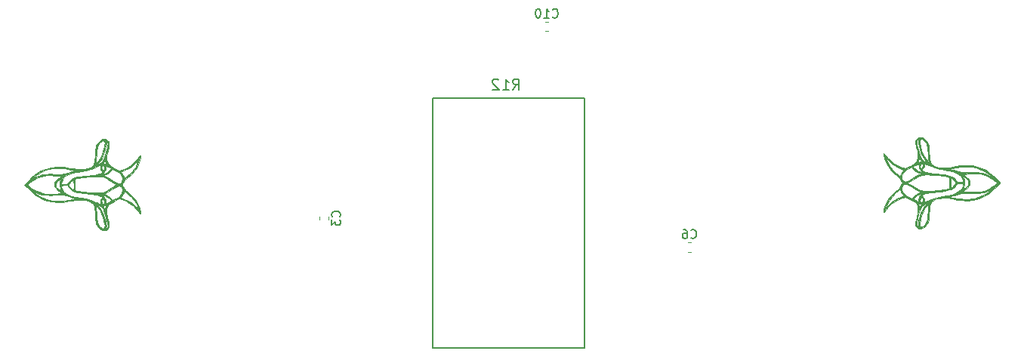
<source format=gbr>
%TF.GenerationSoftware,KiCad,Pcbnew,(5.1.7)-1*%
%TF.CreationDate,2021-05-03T22:06:55+02:00*%
%TF.ProjectId,Kaszmir,4b61737a-6d69-4722-9e6b-696361645f70,rev?*%
%TF.SameCoordinates,Original*%
%TF.FileFunction,Legend,Bot*%
%TF.FilePolarity,Positive*%
%FSLAX46Y46*%
G04 Gerber Fmt 4.6, Leading zero omitted, Abs format (unit mm)*
G04 Created by KiCad (PCBNEW (5.1.7)-1) date 2021-05-03 22:06:55*
%MOMM*%
%LPD*%
G01*
G04 APERTURE LIST*
%ADD10C,0.010000*%
%ADD11C,0.120000*%
%ADD12C,0.150000*%
G04 APERTURE END LIST*
D10*
%TO.C,G\u002A\u002A\u002A*%
G36*
X137775678Y-147989561D02*
G01*
X137842956Y-148244792D01*
X137873300Y-148343077D01*
X138093861Y-148875662D01*
X138402531Y-149374789D01*
X138787261Y-149824075D01*
X139236005Y-150207140D01*
X139253153Y-150219454D01*
X139462007Y-150387838D01*
X139614140Y-150550168D01*
X139669853Y-150637214D01*
X139747780Y-150788055D01*
X139821603Y-150918197D01*
X139831220Y-150933658D01*
X139875073Y-151028338D01*
X139848098Y-151103669D01*
X139820504Y-151136858D01*
X139746102Y-151245927D01*
X139671906Y-151391498D01*
X139664006Y-151410111D01*
X139579444Y-151537377D01*
X139579444Y-151812800D01*
X139622121Y-151854470D01*
X139687421Y-151960540D01*
X139725550Y-152034686D01*
X139811902Y-152188630D01*
X139903009Y-152315301D01*
X139934482Y-152348446D01*
X139994124Y-152414584D01*
X139993389Y-152465837D01*
X139920661Y-152514838D01*
X139764323Y-152574222D01*
X139710202Y-152592374D01*
X139281205Y-152779049D01*
X138847130Y-153052798D01*
X138426426Y-153401855D01*
X138396685Y-153430017D01*
X137994208Y-153814542D01*
X138094525Y-153550530D01*
X138337062Y-153049270D01*
X138663504Y-152587328D01*
X139057734Y-152186191D01*
X139210440Y-152062851D01*
X139368114Y-151946853D01*
X139495386Y-151859448D01*
X139570506Y-151815372D01*
X139579444Y-151812800D01*
X139579444Y-151537377D01*
X139555556Y-151573329D01*
X139355299Y-151755454D01*
X139258023Y-151827870D01*
X138839198Y-152178129D01*
X138471164Y-152588528D01*
X138165793Y-153040992D01*
X137934958Y-153517448D01*
X137790532Y-153999823D01*
X137774592Y-154086100D01*
X137764791Y-154238376D01*
X137797732Y-154301562D01*
X137868578Y-154276333D01*
X137972488Y-154163367D01*
X138052948Y-154047145D01*
X138306602Y-153723473D01*
X138636766Y-153410309D01*
X139018657Y-153126044D01*
X139427491Y-152889069D01*
X139838483Y-152717774D01*
X139849082Y-152714328D01*
X140197964Y-152601748D01*
X140731882Y-152880374D01*
X141058044Y-153065019D01*
X141297346Y-153239530D01*
X141461255Y-153419363D01*
X141561236Y-153619974D01*
X141608754Y-153856822D01*
X141616808Y-154073400D01*
X141597779Y-154284944D01*
X141548391Y-154556859D01*
X141475105Y-154854825D01*
X141458998Y-154911600D01*
X141373342Y-155226986D01*
X141324398Y-155465897D01*
X141311192Y-155646208D01*
X141332755Y-155785799D01*
X141388114Y-155902546D01*
X141403881Y-155925748D01*
X141574408Y-156090130D01*
X141779190Y-156164591D01*
X142005249Y-156149165D01*
X142239606Y-156043884D01*
X142394606Y-155923276D01*
X142549054Y-155762924D01*
X142666245Y-155592501D01*
X142752072Y-155393914D01*
X142812425Y-155149073D01*
X142853198Y-154839885D01*
X142880281Y-154448258D01*
X142881243Y-154429000D01*
X142903127Y-154058361D01*
X142930213Y-153772232D01*
X142966593Y-153553529D01*
X143016364Y-153385166D01*
X143083620Y-153250060D01*
X143172456Y-153131125D01*
X143199612Y-153100723D01*
X143411605Y-152939233D01*
X143703483Y-152821170D01*
X144062563Y-152748082D01*
X144476164Y-152721513D01*
X144931605Y-152743009D01*
X145416203Y-152814116D01*
X145467288Y-152824323D01*
X145763416Y-152879655D01*
X146095076Y-152933393D01*
X146405724Y-152976609D01*
X146506308Y-152988394D01*
X147155000Y-153013479D01*
X147793203Y-152949951D01*
X148406788Y-152801519D01*
X148981627Y-152571896D01*
X149503590Y-152264790D01*
X149637437Y-152166121D01*
X149790906Y-152039936D01*
X149971718Y-151879811D01*
X150165093Y-151700272D01*
X150356255Y-151515846D01*
X150530424Y-151341060D01*
X150672822Y-151190440D01*
X150768671Y-151078514D01*
X150803200Y-151020199D01*
X150768350Y-150965810D01*
X150672618Y-150856127D01*
X150529232Y-150705357D01*
X150351418Y-150527708D01*
X150281971Y-150460339D01*
X149940953Y-150144652D01*
X149636964Y-149893617D01*
X149346442Y-149690333D01*
X149045826Y-149517897D01*
X148806375Y-149401743D01*
X148287695Y-149208828D01*
X147734410Y-149089502D01*
X147137501Y-149043185D01*
X146884840Y-149053340D01*
X146884840Y-149192494D01*
X147290706Y-149203311D01*
X147702355Y-149243849D01*
X148081640Y-149310675D01*
X148325226Y-149377079D01*
X148707911Y-149530896D01*
X149106679Y-149736172D01*
X149477575Y-149968735D01*
X149685441Y-150125178D01*
X149823768Y-150242175D01*
X149922860Y-150332032D01*
X149964282Y-150377897D01*
X149964282Y-150380082D01*
X149917261Y-150364966D01*
X149804774Y-150311127D01*
X149649884Y-150229697D01*
X149628183Y-150217854D01*
X149379308Y-150091052D01*
X149141527Y-149994156D01*
X148895949Y-149923841D01*
X148623684Y-149876784D01*
X148305840Y-149849659D01*
X148147830Y-149845313D01*
X148147830Y-149991134D01*
X148354992Y-149995336D01*
X148522457Y-150009121D01*
X148670771Y-150033248D01*
X148762396Y-150053799D01*
X149179454Y-150191327D01*
X149618739Y-150401363D01*
X150050486Y-150669124D01*
X150159498Y-150747610D01*
X150312532Y-150862222D01*
X150409554Y-150949152D01*
X150445916Y-151023119D01*
X150416970Y-151098841D01*
X150318069Y-151191039D01*
X150144563Y-151314432D01*
X149948626Y-151445680D01*
X149948626Y-151695960D01*
X149904812Y-151745565D01*
X149780326Y-151847082D01*
X149573830Y-152002653D01*
X149448886Y-152094454D01*
X149049764Y-152345678D01*
X148595808Y-152564091D01*
X148133154Y-152728148D01*
X148034600Y-152754854D01*
X147703285Y-152812817D01*
X147300670Y-152841029D01*
X146852455Y-152839966D01*
X146384339Y-152810101D01*
X145922022Y-152751910D01*
X145697800Y-152711687D01*
X145088200Y-152589822D01*
X145316800Y-152527441D01*
X145471456Y-152484036D01*
X145685395Y-152422455D01*
X145920572Y-152353682D01*
X146002600Y-152329429D01*
X146162610Y-152283310D01*
X146300148Y-152249331D01*
X146434507Y-152225933D01*
X146584978Y-152211559D01*
X146770855Y-152204648D01*
X147011431Y-152203644D01*
X147325999Y-152206987D01*
X147488754Y-152209372D01*
X147914887Y-152213033D01*
X148259301Y-152207378D01*
X148541710Y-152188946D01*
X148781825Y-152154278D01*
X148999360Y-152099914D01*
X149214027Y-152022395D01*
X149445539Y-151918260D01*
X149609400Y-151837186D01*
X149799583Y-151743913D01*
X149913104Y-151696123D01*
X149948626Y-151695960D01*
X149948626Y-151445680D01*
X149936496Y-151453806D01*
X149601579Y-151664359D01*
X149293349Y-151823944D01*
X148990447Y-151937579D01*
X148671515Y-152010283D01*
X148315194Y-152047075D01*
X147900125Y-152052974D01*
X147458680Y-152036016D01*
X146628760Y-151990600D01*
X146941151Y-151770713D01*
X147191216Y-151569852D01*
X147352243Y-151376890D01*
X147434257Y-151177147D01*
X147450020Y-151025400D01*
X147416520Y-150810771D01*
X147309662Y-150610044D01*
X147119907Y-150408931D01*
X146945367Y-150269593D01*
X146684319Y-150077421D01*
X146684319Y-150295984D01*
X146779096Y-150349902D01*
X146912655Y-150450570D01*
X147054413Y-150571827D01*
X147173785Y-150687514D01*
X147240150Y-150771400D01*
X147291110Y-150974831D01*
X147264477Y-151190945D01*
X147217563Y-151296961D01*
X147143760Y-151388617D01*
X147026713Y-151503352D01*
X146893097Y-151618525D01*
X146769583Y-151711496D01*
X146682846Y-151759625D01*
X146669696Y-151762000D01*
X146670849Y-151722137D01*
X146711727Y-151620488D01*
X146748572Y-151546100D01*
X146842628Y-151267555D01*
X146863041Y-150957765D01*
X146809915Y-150655367D01*
X146745758Y-150499184D01*
X146689826Y-150377138D01*
X146672445Y-150305114D01*
X146684319Y-150295984D01*
X146684319Y-150077421D01*
X146641062Y-150045576D01*
X147532227Y-150008450D01*
X147880424Y-149995758D01*
X148147830Y-149991134D01*
X148147830Y-149845313D01*
X147923527Y-149839142D01*
X147489222Y-149841416D01*
X146459800Y-149857000D01*
X145850200Y-149682977D01*
X145614070Y-149613807D01*
X145413595Y-149551772D01*
X145269061Y-149503380D01*
X145200754Y-149475144D01*
X145199367Y-149474105D01*
X145226703Y-149450746D01*
X145338421Y-149417108D01*
X145518202Y-149376388D01*
X145749727Y-149331784D01*
X146016676Y-149286492D01*
X146302728Y-149243708D01*
X146522904Y-149214833D01*
X146884840Y-149192494D01*
X146884840Y-149053340D01*
X146487952Y-149069293D01*
X145776745Y-149167246D01*
X145621600Y-149196326D01*
X145013759Y-149291829D01*
X144480844Y-149326699D01*
X144024162Y-149301242D01*
X143645021Y-149215763D01*
X143344728Y-149070568D01*
X143124590Y-148865961D01*
X142985915Y-148602249D01*
X142978529Y-148579096D01*
X142954438Y-148458634D01*
X142928923Y-148260711D01*
X142904521Y-148009390D01*
X142883773Y-147728732D01*
X142877505Y-147621800D01*
X142858242Y-147335492D01*
X142833513Y-147068741D01*
X142806053Y-146845899D01*
X142778598Y-146691319D01*
X142769088Y-146656600D01*
X142675863Y-146470028D01*
X142527944Y-146275792D01*
X142350085Y-146098517D01*
X142167045Y-145962824D01*
X142008536Y-145895447D01*
X142008536Y-146097061D01*
X142147468Y-146127833D01*
X142295969Y-146232619D01*
X142440058Y-146401217D01*
X142565757Y-146623427D01*
X142577501Y-146649872D01*
X142624433Y-146774643D01*
X142659484Y-146914026D01*
X142685653Y-147088942D01*
X142705937Y-147320312D01*
X142723334Y-147629060D01*
X142726011Y-147686191D01*
X142740416Y-147957042D01*
X142756572Y-148191086D01*
X142772918Y-148369935D01*
X142787895Y-148475202D01*
X142794624Y-148494757D01*
X142824566Y-148569940D01*
X142827600Y-148605431D01*
X142797862Y-148626804D01*
X142708970Y-148566175D01*
X142645476Y-148508065D01*
X142468955Y-148310228D01*
X142314232Y-148071518D01*
X142173933Y-147776575D01*
X142040686Y-147410042D01*
X141915636Y-146987821D01*
X141838816Y-146651019D01*
X141815950Y-146396676D01*
X141846942Y-146221222D01*
X141893152Y-146150504D01*
X142008536Y-146097061D01*
X142008536Y-145895447D01*
X142003579Y-145893339D01*
X142001253Y-145892899D01*
X141760197Y-145893265D01*
X141704589Y-145916807D01*
X141704589Y-146095903D01*
X141685989Y-146176755D01*
X141658510Y-146252012D01*
X141643472Y-146388849D01*
X141666945Y-146605848D01*
X141726298Y-146890277D01*
X141818898Y-147229402D01*
X141935396Y-147591022D01*
X142072048Y-147941688D01*
X142222019Y-148222098D01*
X142403947Y-148463458D01*
X142544145Y-148610276D01*
X142663975Y-148729485D01*
X142747966Y-148817929D01*
X142776800Y-148854555D01*
X142735985Y-148841610D01*
X142628647Y-148790764D01*
X142477443Y-148712793D01*
X142467259Y-148707374D01*
X142322401Y-148619094D01*
X142322401Y-148893506D01*
X142383863Y-148893555D01*
X142420041Y-148902014D01*
X142533790Y-148939358D01*
X142700192Y-149004395D01*
X142853000Y-149069779D01*
X143076967Y-149162948D01*
X143330382Y-149258598D01*
X143488000Y-149312805D01*
X143611420Y-149351176D01*
X143738770Y-149386389D01*
X143885405Y-149421667D01*
X144066680Y-149460232D01*
X144297953Y-149505305D01*
X144594578Y-149560108D01*
X144971912Y-149627864D01*
X145088200Y-149648544D01*
X145536564Y-149749213D01*
X145896999Y-149879320D01*
X146180531Y-150045271D01*
X146398186Y-150253474D01*
X146556816Y-150501894D01*
X146651401Y-150704130D01*
X146688041Y-150834314D01*
X146660059Y-150908107D01*
X146560778Y-150941173D01*
X146383523Y-150949173D01*
X146366152Y-150949200D01*
X146043904Y-150949200D01*
X146043904Y-151101600D01*
X146701100Y-151101600D01*
X146668393Y-151266700D01*
X146621551Y-151409143D01*
X146540300Y-151581118D01*
X146495811Y-151658714D01*
X146324732Y-151876711D01*
X146098327Y-152057358D01*
X145806092Y-152205655D01*
X145437525Y-152326606D01*
X144982123Y-152425212D01*
X144834200Y-152450043D01*
X144374376Y-152527670D01*
X143991937Y-152603856D01*
X143662977Y-152685058D01*
X143363587Y-152777731D01*
X143069859Y-152888333D01*
X142827600Y-152991962D01*
X142802200Y-153002681D01*
X142802200Y-153168350D01*
X142801456Y-153169137D01*
X142801456Y-153429626D01*
X142808763Y-153476762D01*
X142805584Y-153489200D01*
X142790068Y-153583759D01*
X142771581Y-153758158D01*
X142752051Y-153990754D01*
X142733409Y-154259903D01*
X142726333Y-154378200D01*
X142706521Y-154663608D01*
X142681656Y-154928614D01*
X142654454Y-155149160D01*
X142627630Y-155301191D01*
X142618300Y-155335394D01*
X142537594Y-155501303D01*
X142413147Y-155675112D01*
X142270230Y-155827706D01*
X142134115Y-155929974D01*
X142083652Y-155951315D01*
X141955733Y-155943644D01*
X141861968Y-155851623D01*
X141814811Y-155690161D01*
X141811600Y-155625731D01*
X141829493Y-155462817D01*
X141878016Y-155232292D01*
X141949434Y-154960622D01*
X142036012Y-154674272D01*
X142130016Y-154399709D01*
X142223709Y-154163400D01*
X142265279Y-154073400D01*
X142349698Y-153924513D01*
X142453042Y-153773939D01*
X142562601Y-153635419D01*
X142665664Y-153522698D01*
X142749519Y-153449519D01*
X142801456Y-153429626D01*
X142801456Y-153169137D01*
X142516455Y-153470740D01*
X142365039Y-153642878D01*
X142229801Y-153817396D01*
X142137244Y-153959798D01*
X142129772Y-153974065D01*
X142043759Y-154171316D01*
X141946000Y-154436885D01*
X141846654Y-154739876D01*
X141755875Y-155049397D01*
X141686736Y-155321724D01*
X141643377Y-155566521D01*
X141643030Y-155747919D01*
X141658794Y-155824585D01*
X141707244Y-155993521D01*
X141577521Y-155871660D01*
X141490621Y-155767163D01*
X141463241Y-155649403D01*
X141468686Y-155546600D01*
X141496490Y-155378479D01*
X141548690Y-155150186D01*
X141618865Y-154882926D01*
X141700592Y-154597900D01*
X141787446Y-154316312D01*
X141873006Y-154059364D01*
X141950847Y-153848260D01*
X142014548Y-153704202D01*
X142038951Y-153664121D01*
X142145715Y-153560086D01*
X142308435Y-153440668D01*
X142479959Y-153338379D01*
X142802200Y-153168350D01*
X142802200Y-153002681D01*
X142652944Y-153065671D01*
X142497126Y-153124478D01*
X142421006Y-153148267D01*
X142341962Y-153161482D01*
X142308309Y-153132003D01*
X142305751Y-153036002D01*
X142310934Y-152964784D01*
X142309773Y-152807531D01*
X142262430Y-152694600D01*
X142185764Y-152607219D01*
X142043472Y-152464927D01*
X142168836Y-152367305D01*
X142291165Y-152292086D01*
X142456441Y-152228103D01*
X142676884Y-152172738D01*
X142964714Y-152123375D01*
X143332150Y-152077398D01*
X143691200Y-152041336D01*
X144176448Y-151992145D01*
X144573216Y-151940936D01*
X144894598Y-151883514D01*
X145153691Y-151815684D01*
X145363589Y-151733249D01*
X145537389Y-151632016D01*
X145688186Y-151507789D01*
X145828973Y-151356495D01*
X146043904Y-151101600D01*
X146043904Y-150949200D01*
X145828973Y-150694304D01*
X145689963Y-150544522D01*
X145541811Y-150421597D01*
X145409656Y-150343828D01*
X145409656Y-150516193D01*
X145534202Y-150594372D01*
X145674795Y-150741519D01*
X145723896Y-150805822D01*
X145810789Y-150931278D01*
X145843674Y-151011896D01*
X145828924Y-151084551D01*
X145785801Y-151163968D01*
X145682772Y-151304756D01*
X145555588Y-151435766D01*
X145551704Y-151439087D01*
X145442737Y-151515168D01*
X145359391Y-151545488D01*
X145348504Y-151544050D01*
X145321840Y-151488152D01*
X145300582Y-151357774D01*
X145285577Y-151179937D01*
X145277673Y-150981657D01*
X145277717Y-150789954D01*
X145286555Y-150631847D01*
X145305037Y-150534354D01*
X145316316Y-150517698D01*
X145409656Y-150516193D01*
X145409656Y-150343828D01*
X145371449Y-150321344D01*
X145165806Y-150239582D01*
X144911812Y-150172129D01*
X144596398Y-150114803D01*
X144206494Y-150063420D01*
X143729031Y-150013799D01*
X143691200Y-150010208D01*
X143252308Y-149964560D01*
X142902690Y-149917950D01*
X142751400Y-149890084D01*
X142751400Y-150116474D01*
X143029972Y-150124975D01*
X143356761Y-150144474D01*
X143708419Y-150172613D01*
X144061598Y-150207033D01*
X144392949Y-150245374D01*
X144679125Y-150285277D01*
X144896777Y-150324383D01*
X144961200Y-150339750D01*
X145139000Y-150387476D01*
X145139000Y-151663323D01*
X144961200Y-151711049D01*
X144721852Y-151762587D01*
X144417386Y-151808883D01*
X144066712Y-151848908D01*
X143688740Y-151881631D01*
X143302379Y-151906023D01*
X142926539Y-151921055D01*
X142580130Y-151925696D01*
X142282062Y-151918917D01*
X142091000Y-151903001D01*
X142091000Y-152211442D01*
X141957507Y-152355021D01*
X141939246Y-152377039D01*
X141939246Y-152694522D01*
X142045398Y-152699233D01*
X142129153Y-152781073D01*
X142166870Y-152915577D01*
X142167200Y-152930400D01*
X142141269Y-153057240D01*
X142091646Y-153133063D01*
X141986687Y-153179973D01*
X141908516Y-153135254D01*
X141866761Y-153007418D01*
X141862400Y-152930400D01*
X141882610Y-152765404D01*
X141939246Y-152694522D01*
X141939246Y-152377039D01*
X141851233Y-152483165D01*
X141769578Y-152604772D01*
X141763785Y-152615579D01*
X141722970Y-152744732D01*
X141701530Y-152908730D01*
X141700790Y-152933079D01*
X141688597Y-153059375D01*
X141686195Y-153065555D01*
X141686195Y-153346134D01*
X141803428Y-153359158D01*
X141855032Y-153366914D01*
X142064427Y-153400397D01*
X141925313Y-153563278D01*
X141786200Y-153726159D01*
X141704029Y-153544179D01*
X141654685Y-153425628D01*
X141633060Y-153354650D01*
X141633747Y-153347815D01*
X141686195Y-153346134D01*
X141686195Y-153065555D01*
X141661572Y-153128913D01*
X141651522Y-153133600D01*
X141575328Y-153111492D01*
X141452570Y-153056160D01*
X141314016Y-152984094D01*
X141190434Y-152911781D01*
X141112591Y-152855710D01*
X141100400Y-152838253D01*
X141137494Y-152774007D01*
X141232245Y-152672679D01*
X141359859Y-152556552D01*
X141495539Y-152447907D01*
X141614489Y-152369027D01*
X141633800Y-152358926D01*
X141794851Y-152292366D01*
X141938600Y-152247850D01*
X142091000Y-152211442D01*
X142091000Y-151903001D01*
X142051244Y-151899689D01*
X141932043Y-151875996D01*
X141802696Y-151821066D01*
X141617930Y-151722748D01*
X141405246Y-151596367D01*
X141245478Y-151493403D01*
X141034982Y-151356447D01*
X140838044Y-151234999D01*
X140679982Y-151144310D01*
X140600898Y-151105120D01*
X140433127Y-151035627D01*
X140728663Y-150875878D01*
X140923086Y-150763806D01*
X141151026Y-150622280D01*
X141363793Y-150481548D01*
X141367678Y-150478867D01*
X141591838Y-150333729D01*
X141792386Y-150231977D01*
X141996148Y-150166585D01*
X142229948Y-150130530D01*
X142520611Y-150116784D01*
X142751400Y-150116474D01*
X142751400Y-149890084D01*
X142630033Y-149867729D01*
X142422024Y-149811249D01*
X142266351Y-149745862D01*
X142167441Y-149682441D01*
X142040682Y-149583767D01*
X142185854Y-149432240D01*
X142283006Y-149309214D01*
X142315727Y-149186374D01*
X142311454Y-149075485D01*
X142303294Y-148946114D01*
X142322401Y-148893506D01*
X142322401Y-148619094D01*
X142288038Y-148598152D01*
X142130332Y-148478423D01*
X142039355Y-148386895D01*
X141985379Y-148284353D01*
X141914021Y-148104205D01*
X141831691Y-147867624D01*
X141773973Y-147687051D01*
X141773973Y-148301817D01*
X141914699Y-148469808D01*
X142055425Y-148637800D01*
X142020119Y-148645411D01*
X142020119Y-148862333D01*
X142075066Y-148900366D01*
X142147549Y-149020130D01*
X142162791Y-149166657D01*
X142118976Y-149293658D01*
X142091646Y-149323063D01*
X141986582Y-149369201D01*
X141907540Y-149324332D01*
X141865982Y-149198001D01*
X141862400Y-149132154D01*
X141881991Y-148957379D01*
X141936631Y-148865187D01*
X142020119Y-148862333D01*
X142020119Y-148645411D01*
X141873421Y-148677036D01*
X141744229Y-148699462D01*
X141661533Y-148703942D01*
X141657511Y-148703019D01*
X141657511Y-148917200D01*
X141689041Y-148962552D01*
X141707763Y-149077091D01*
X141710000Y-149141850D01*
X141727835Y-149312155D01*
X141793555Y-149463861D01*
X141879066Y-149586350D01*
X141964778Y-149709390D01*
X142008650Y-149796323D01*
X142006709Y-149822918D01*
X141941619Y-149812061D01*
X141816125Y-149766675D01*
X141697943Y-149715089D01*
X141531846Y-149622822D01*
X141366063Y-149506600D01*
X141223724Y-149385709D01*
X141127955Y-149279435D01*
X141100400Y-149216827D01*
X141141825Y-149173553D01*
X141245645Y-149106048D01*
X141381180Y-149030813D01*
X141517746Y-148964350D01*
X141624662Y-148923160D01*
X141657511Y-148917200D01*
X141657511Y-148703019D01*
X141654974Y-148702436D01*
X141649221Y-148651984D01*
X141678600Y-148542214D01*
X141696251Y-148495208D01*
X141773973Y-148301817D01*
X141773973Y-147687051D01*
X141744799Y-147595778D01*
X141659755Y-147309839D01*
X141582972Y-147030976D01*
X141520857Y-146780359D01*
X141479823Y-146579159D01*
X141469267Y-146504200D01*
X141467630Y-146352854D01*
X141514643Y-146246597D01*
X141578898Y-146177844D01*
X141671055Y-146098282D01*
X141704589Y-146095903D01*
X141704589Y-145916807D01*
X141552023Y-145981398D01*
X141399381Y-146144551D01*
X141335892Y-146278857D01*
X141310545Y-146426480D01*
X141324145Y-146609319D01*
X141377500Y-146849275D01*
X141432405Y-147041347D01*
X141545085Y-147461963D01*
X141606258Y-147808949D01*
X141617478Y-148095321D01*
X141584744Y-148317494D01*
X141517296Y-148518419D01*
X141419703Y-148685208D01*
X141276084Y-148833643D01*
X141070561Y-148979504D01*
X140907256Y-149071194D01*
X140907256Y-149266260D01*
X141081336Y-149469634D01*
X141268947Y-149638221D01*
X141526949Y-149799356D01*
X141824738Y-149934531D01*
X141887800Y-149957313D01*
X141932661Y-149983563D01*
X141906248Y-150016245D01*
X141797286Y-150065713D01*
X141749448Y-150084366D01*
X141584269Y-150162150D01*
X141382800Y-150277272D01*
X141190648Y-150403448D01*
X140894607Y-150600103D01*
X140622869Y-150753361D01*
X140391520Y-150855214D01*
X140216643Y-150897653D01*
X140198342Y-150898333D01*
X140198342Y-151158256D01*
X140376728Y-151190473D01*
X140600885Y-151284935D01*
X140880122Y-151444493D01*
X141197714Y-151654016D01*
X141388705Y-151778632D01*
X141570142Y-151885114D01*
X141710734Y-151955445D01*
X141741786Y-151967307D01*
X141855067Y-152013465D01*
X141911713Y-152053730D01*
X141913200Y-152058815D01*
X141869530Y-152093612D01*
X141757072Y-152146242D01*
X141652208Y-152186448D01*
X141384239Y-152326299D01*
X141142115Y-152528246D01*
X140893012Y-152777348D01*
X140588804Y-152623785D01*
X140288435Y-152439250D01*
X140053796Y-152227881D01*
X139890365Y-152001144D01*
X139803621Y-151770510D01*
X139799043Y-151547445D01*
X139882111Y-151343418D01*
X139941636Y-151269142D01*
X140056414Y-151185430D01*
X140198342Y-151158256D01*
X140198342Y-150898333D01*
X140196543Y-150898400D01*
X140035109Y-150851537D01*
X139898340Y-150726692D01*
X139810131Y-150547481D01*
X139800341Y-150506805D01*
X139803428Y-150272598D01*
X139897848Y-150032977D01*
X140074830Y-149799888D01*
X140325600Y-149585278D01*
X140595926Y-149423419D01*
X140907256Y-149266260D01*
X140907256Y-149071194D01*
X140787254Y-149138572D01*
X140727382Y-149169513D01*
X140189555Y-149444875D01*
X139895677Y-149354001D01*
X139440620Y-149168870D01*
X138991665Y-148904339D01*
X138576500Y-148580288D01*
X138222810Y-148216597D01*
X138109998Y-148071740D01*
X137992895Y-147922044D01*
X137992895Y-148232801D01*
X138325071Y-148558867D01*
X138660164Y-148860574D01*
X139000393Y-149105574D01*
X139374738Y-149311350D01*
X139812175Y-149495385D01*
X139974527Y-149554050D01*
X139999938Y-149593238D01*
X139954791Y-149678114D01*
X139903329Y-149742804D01*
X139794025Y-149893281D01*
X139705338Y-150049728D01*
X139695020Y-150072900D01*
X139638191Y-150182666D01*
X139588921Y-150236799D01*
X139583294Y-150238000D01*
X139525547Y-150209235D01*
X139409691Y-150132791D01*
X139257756Y-150023441D01*
X139210440Y-149987948D01*
X138794955Y-149612325D01*
X138442107Y-149168024D01*
X138167728Y-148676162D01*
X138093868Y-148498541D01*
X137992895Y-148232801D01*
X137992895Y-147922044D01*
X137954632Y-147873131D01*
X137843239Y-147765926D01*
X137776097Y-147749809D01*
X137753484Y-147824460D01*
X137775678Y-147989561D01*
G37*
X137775678Y-147989561D02*
X137842956Y-148244792D01*
X137873300Y-148343077D01*
X138093861Y-148875662D01*
X138402531Y-149374789D01*
X138787261Y-149824075D01*
X139236005Y-150207140D01*
X139253153Y-150219454D01*
X139462007Y-150387838D01*
X139614140Y-150550168D01*
X139669853Y-150637214D01*
X139747780Y-150788055D01*
X139821603Y-150918197D01*
X139831220Y-150933658D01*
X139875073Y-151028338D01*
X139848098Y-151103669D01*
X139820504Y-151136858D01*
X139746102Y-151245927D01*
X139671906Y-151391498D01*
X139664006Y-151410111D01*
X139579444Y-151537377D01*
X139579444Y-151812800D01*
X139622121Y-151854470D01*
X139687421Y-151960540D01*
X139725550Y-152034686D01*
X139811902Y-152188630D01*
X139903009Y-152315301D01*
X139934482Y-152348446D01*
X139994124Y-152414584D01*
X139993389Y-152465837D01*
X139920661Y-152514838D01*
X139764323Y-152574222D01*
X139710202Y-152592374D01*
X139281205Y-152779049D01*
X138847130Y-153052798D01*
X138426426Y-153401855D01*
X138396685Y-153430017D01*
X137994208Y-153814542D01*
X138094525Y-153550530D01*
X138337062Y-153049270D01*
X138663504Y-152587328D01*
X139057734Y-152186191D01*
X139210440Y-152062851D01*
X139368114Y-151946853D01*
X139495386Y-151859448D01*
X139570506Y-151815372D01*
X139579444Y-151812800D01*
X139579444Y-151537377D01*
X139555556Y-151573329D01*
X139355299Y-151755454D01*
X139258023Y-151827870D01*
X138839198Y-152178129D01*
X138471164Y-152588528D01*
X138165793Y-153040992D01*
X137934958Y-153517448D01*
X137790532Y-153999823D01*
X137774592Y-154086100D01*
X137764791Y-154238376D01*
X137797732Y-154301562D01*
X137868578Y-154276333D01*
X137972488Y-154163367D01*
X138052948Y-154047145D01*
X138306602Y-153723473D01*
X138636766Y-153410309D01*
X139018657Y-153126044D01*
X139427491Y-152889069D01*
X139838483Y-152717774D01*
X139849082Y-152714328D01*
X140197964Y-152601748D01*
X140731882Y-152880374D01*
X141058044Y-153065019D01*
X141297346Y-153239530D01*
X141461255Y-153419363D01*
X141561236Y-153619974D01*
X141608754Y-153856822D01*
X141616808Y-154073400D01*
X141597779Y-154284944D01*
X141548391Y-154556859D01*
X141475105Y-154854825D01*
X141458998Y-154911600D01*
X141373342Y-155226986D01*
X141324398Y-155465897D01*
X141311192Y-155646208D01*
X141332755Y-155785799D01*
X141388114Y-155902546D01*
X141403881Y-155925748D01*
X141574408Y-156090130D01*
X141779190Y-156164591D01*
X142005249Y-156149165D01*
X142239606Y-156043884D01*
X142394606Y-155923276D01*
X142549054Y-155762924D01*
X142666245Y-155592501D01*
X142752072Y-155393914D01*
X142812425Y-155149073D01*
X142853198Y-154839885D01*
X142880281Y-154448258D01*
X142881243Y-154429000D01*
X142903127Y-154058361D01*
X142930213Y-153772232D01*
X142966593Y-153553529D01*
X143016364Y-153385166D01*
X143083620Y-153250060D01*
X143172456Y-153131125D01*
X143199612Y-153100723D01*
X143411605Y-152939233D01*
X143703483Y-152821170D01*
X144062563Y-152748082D01*
X144476164Y-152721513D01*
X144931605Y-152743009D01*
X145416203Y-152814116D01*
X145467288Y-152824323D01*
X145763416Y-152879655D01*
X146095076Y-152933393D01*
X146405724Y-152976609D01*
X146506308Y-152988394D01*
X147155000Y-153013479D01*
X147793203Y-152949951D01*
X148406788Y-152801519D01*
X148981627Y-152571896D01*
X149503590Y-152264790D01*
X149637437Y-152166121D01*
X149790906Y-152039936D01*
X149971718Y-151879811D01*
X150165093Y-151700272D01*
X150356255Y-151515846D01*
X150530424Y-151341060D01*
X150672822Y-151190440D01*
X150768671Y-151078514D01*
X150803200Y-151020199D01*
X150768350Y-150965810D01*
X150672618Y-150856127D01*
X150529232Y-150705357D01*
X150351418Y-150527708D01*
X150281971Y-150460339D01*
X149940953Y-150144652D01*
X149636964Y-149893617D01*
X149346442Y-149690333D01*
X149045826Y-149517897D01*
X148806375Y-149401743D01*
X148287695Y-149208828D01*
X147734410Y-149089502D01*
X147137501Y-149043185D01*
X146884840Y-149053340D01*
X146884840Y-149192494D01*
X147290706Y-149203311D01*
X147702355Y-149243849D01*
X148081640Y-149310675D01*
X148325226Y-149377079D01*
X148707911Y-149530896D01*
X149106679Y-149736172D01*
X149477575Y-149968735D01*
X149685441Y-150125178D01*
X149823768Y-150242175D01*
X149922860Y-150332032D01*
X149964282Y-150377897D01*
X149964282Y-150380082D01*
X149917261Y-150364966D01*
X149804774Y-150311127D01*
X149649884Y-150229697D01*
X149628183Y-150217854D01*
X149379308Y-150091052D01*
X149141527Y-149994156D01*
X148895949Y-149923841D01*
X148623684Y-149876784D01*
X148305840Y-149849659D01*
X148147830Y-149845313D01*
X148147830Y-149991134D01*
X148354992Y-149995336D01*
X148522457Y-150009121D01*
X148670771Y-150033248D01*
X148762396Y-150053799D01*
X149179454Y-150191327D01*
X149618739Y-150401363D01*
X150050486Y-150669124D01*
X150159498Y-150747610D01*
X150312532Y-150862222D01*
X150409554Y-150949152D01*
X150445916Y-151023119D01*
X150416970Y-151098841D01*
X150318069Y-151191039D01*
X150144563Y-151314432D01*
X149948626Y-151445680D01*
X149948626Y-151695960D01*
X149904812Y-151745565D01*
X149780326Y-151847082D01*
X149573830Y-152002653D01*
X149448886Y-152094454D01*
X149049764Y-152345678D01*
X148595808Y-152564091D01*
X148133154Y-152728148D01*
X148034600Y-152754854D01*
X147703285Y-152812817D01*
X147300670Y-152841029D01*
X146852455Y-152839966D01*
X146384339Y-152810101D01*
X145922022Y-152751910D01*
X145697800Y-152711687D01*
X145088200Y-152589822D01*
X145316800Y-152527441D01*
X145471456Y-152484036D01*
X145685395Y-152422455D01*
X145920572Y-152353682D01*
X146002600Y-152329429D01*
X146162610Y-152283310D01*
X146300148Y-152249331D01*
X146434507Y-152225933D01*
X146584978Y-152211559D01*
X146770855Y-152204648D01*
X147011431Y-152203644D01*
X147325999Y-152206987D01*
X147488754Y-152209372D01*
X147914887Y-152213033D01*
X148259301Y-152207378D01*
X148541710Y-152188946D01*
X148781825Y-152154278D01*
X148999360Y-152099914D01*
X149214027Y-152022395D01*
X149445539Y-151918260D01*
X149609400Y-151837186D01*
X149799583Y-151743913D01*
X149913104Y-151696123D01*
X149948626Y-151695960D01*
X149948626Y-151445680D01*
X149936496Y-151453806D01*
X149601579Y-151664359D01*
X149293349Y-151823944D01*
X148990447Y-151937579D01*
X148671515Y-152010283D01*
X148315194Y-152047075D01*
X147900125Y-152052974D01*
X147458680Y-152036016D01*
X146628760Y-151990600D01*
X146941151Y-151770713D01*
X147191216Y-151569852D01*
X147352243Y-151376890D01*
X147434257Y-151177147D01*
X147450020Y-151025400D01*
X147416520Y-150810771D01*
X147309662Y-150610044D01*
X147119907Y-150408931D01*
X146945367Y-150269593D01*
X146684319Y-150077421D01*
X146684319Y-150295984D01*
X146779096Y-150349902D01*
X146912655Y-150450570D01*
X147054413Y-150571827D01*
X147173785Y-150687514D01*
X147240150Y-150771400D01*
X147291110Y-150974831D01*
X147264477Y-151190945D01*
X147217563Y-151296961D01*
X147143760Y-151388617D01*
X147026713Y-151503352D01*
X146893097Y-151618525D01*
X146769583Y-151711496D01*
X146682846Y-151759625D01*
X146669696Y-151762000D01*
X146670849Y-151722137D01*
X146711727Y-151620488D01*
X146748572Y-151546100D01*
X146842628Y-151267555D01*
X146863041Y-150957765D01*
X146809915Y-150655367D01*
X146745758Y-150499184D01*
X146689826Y-150377138D01*
X146672445Y-150305114D01*
X146684319Y-150295984D01*
X146684319Y-150077421D01*
X146641062Y-150045576D01*
X147532227Y-150008450D01*
X147880424Y-149995758D01*
X148147830Y-149991134D01*
X148147830Y-149845313D01*
X147923527Y-149839142D01*
X147489222Y-149841416D01*
X146459800Y-149857000D01*
X145850200Y-149682977D01*
X145614070Y-149613807D01*
X145413595Y-149551772D01*
X145269061Y-149503380D01*
X145200754Y-149475144D01*
X145199367Y-149474105D01*
X145226703Y-149450746D01*
X145338421Y-149417108D01*
X145518202Y-149376388D01*
X145749727Y-149331784D01*
X146016676Y-149286492D01*
X146302728Y-149243708D01*
X146522904Y-149214833D01*
X146884840Y-149192494D01*
X146884840Y-149053340D01*
X146487952Y-149069293D01*
X145776745Y-149167246D01*
X145621600Y-149196326D01*
X145013759Y-149291829D01*
X144480844Y-149326699D01*
X144024162Y-149301242D01*
X143645021Y-149215763D01*
X143344728Y-149070568D01*
X143124590Y-148865961D01*
X142985915Y-148602249D01*
X142978529Y-148579096D01*
X142954438Y-148458634D01*
X142928923Y-148260711D01*
X142904521Y-148009390D01*
X142883773Y-147728732D01*
X142877505Y-147621800D01*
X142858242Y-147335492D01*
X142833513Y-147068741D01*
X142806053Y-146845899D01*
X142778598Y-146691319D01*
X142769088Y-146656600D01*
X142675863Y-146470028D01*
X142527944Y-146275792D01*
X142350085Y-146098517D01*
X142167045Y-145962824D01*
X142008536Y-145895447D01*
X142008536Y-146097061D01*
X142147468Y-146127833D01*
X142295969Y-146232619D01*
X142440058Y-146401217D01*
X142565757Y-146623427D01*
X142577501Y-146649872D01*
X142624433Y-146774643D01*
X142659484Y-146914026D01*
X142685653Y-147088942D01*
X142705937Y-147320312D01*
X142723334Y-147629060D01*
X142726011Y-147686191D01*
X142740416Y-147957042D01*
X142756572Y-148191086D01*
X142772918Y-148369935D01*
X142787895Y-148475202D01*
X142794624Y-148494757D01*
X142824566Y-148569940D01*
X142827600Y-148605431D01*
X142797862Y-148626804D01*
X142708970Y-148566175D01*
X142645476Y-148508065D01*
X142468955Y-148310228D01*
X142314232Y-148071518D01*
X142173933Y-147776575D01*
X142040686Y-147410042D01*
X141915636Y-146987821D01*
X141838816Y-146651019D01*
X141815950Y-146396676D01*
X141846942Y-146221222D01*
X141893152Y-146150504D01*
X142008536Y-146097061D01*
X142008536Y-145895447D01*
X142003579Y-145893339D01*
X142001253Y-145892899D01*
X141760197Y-145893265D01*
X141704589Y-145916807D01*
X141704589Y-146095903D01*
X141685989Y-146176755D01*
X141658510Y-146252012D01*
X141643472Y-146388849D01*
X141666945Y-146605848D01*
X141726298Y-146890277D01*
X141818898Y-147229402D01*
X141935396Y-147591022D01*
X142072048Y-147941688D01*
X142222019Y-148222098D01*
X142403947Y-148463458D01*
X142544145Y-148610276D01*
X142663975Y-148729485D01*
X142747966Y-148817929D01*
X142776800Y-148854555D01*
X142735985Y-148841610D01*
X142628647Y-148790764D01*
X142477443Y-148712793D01*
X142467259Y-148707374D01*
X142322401Y-148619094D01*
X142322401Y-148893506D01*
X142383863Y-148893555D01*
X142420041Y-148902014D01*
X142533790Y-148939358D01*
X142700192Y-149004395D01*
X142853000Y-149069779D01*
X143076967Y-149162948D01*
X143330382Y-149258598D01*
X143488000Y-149312805D01*
X143611420Y-149351176D01*
X143738770Y-149386389D01*
X143885405Y-149421667D01*
X144066680Y-149460232D01*
X144297953Y-149505305D01*
X144594578Y-149560108D01*
X144971912Y-149627864D01*
X145088200Y-149648544D01*
X145536564Y-149749213D01*
X145896999Y-149879320D01*
X146180531Y-150045271D01*
X146398186Y-150253474D01*
X146556816Y-150501894D01*
X146651401Y-150704130D01*
X146688041Y-150834314D01*
X146660059Y-150908107D01*
X146560778Y-150941173D01*
X146383523Y-150949173D01*
X146366152Y-150949200D01*
X146043904Y-150949200D01*
X146043904Y-151101600D01*
X146701100Y-151101600D01*
X146668393Y-151266700D01*
X146621551Y-151409143D01*
X146540300Y-151581118D01*
X146495811Y-151658714D01*
X146324732Y-151876711D01*
X146098327Y-152057358D01*
X145806092Y-152205655D01*
X145437525Y-152326606D01*
X144982123Y-152425212D01*
X144834200Y-152450043D01*
X144374376Y-152527670D01*
X143991937Y-152603856D01*
X143662977Y-152685058D01*
X143363587Y-152777731D01*
X143069859Y-152888333D01*
X142827600Y-152991962D01*
X142802200Y-153002681D01*
X142802200Y-153168350D01*
X142801456Y-153169137D01*
X142801456Y-153429626D01*
X142808763Y-153476762D01*
X142805584Y-153489200D01*
X142790068Y-153583759D01*
X142771581Y-153758158D01*
X142752051Y-153990754D01*
X142733409Y-154259903D01*
X142726333Y-154378200D01*
X142706521Y-154663608D01*
X142681656Y-154928614D01*
X142654454Y-155149160D01*
X142627630Y-155301191D01*
X142618300Y-155335394D01*
X142537594Y-155501303D01*
X142413147Y-155675112D01*
X142270230Y-155827706D01*
X142134115Y-155929974D01*
X142083652Y-155951315D01*
X141955733Y-155943644D01*
X141861968Y-155851623D01*
X141814811Y-155690161D01*
X141811600Y-155625731D01*
X141829493Y-155462817D01*
X141878016Y-155232292D01*
X141949434Y-154960622D01*
X142036012Y-154674272D01*
X142130016Y-154399709D01*
X142223709Y-154163400D01*
X142265279Y-154073400D01*
X142349698Y-153924513D01*
X142453042Y-153773939D01*
X142562601Y-153635419D01*
X142665664Y-153522698D01*
X142749519Y-153449519D01*
X142801456Y-153429626D01*
X142801456Y-153169137D01*
X142516455Y-153470740D01*
X142365039Y-153642878D01*
X142229801Y-153817396D01*
X142137244Y-153959798D01*
X142129772Y-153974065D01*
X142043759Y-154171316D01*
X141946000Y-154436885D01*
X141846654Y-154739876D01*
X141755875Y-155049397D01*
X141686736Y-155321724D01*
X141643377Y-155566521D01*
X141643030Y-155747919D01*
X141658794Y-155824585D01*
X141707244Y-155993521D01*
X141577521Y-155871660D01*
X141490621Y-155767163D01*
X141463241Y-155649403D01*
X141468686Y-155546600D01*
X141496490Y-155378479D01*
X141548690Y-155150186D01*
X141618865Y-154882926D01*
X141700592Y-154597900D01*
X141787446Y-154316312D01*
X141873006Y-154059364D01*
X141950847Y-153848260D01*
X142014548Y-153704202D01*
X142038951Y-153664121D01*
X142145715Y-153560086D01*
X142308435Y-153440668D01*
X142479959Y-153338379D01*
X142802200Y-153168350D01*
X142802200Y-153002681D01*
X142652944Y-153065671D01*
X142497126Y-153124478D01*
X142421006Y-153148267D01*
X142341962Y-153161482D01*
X142308309Y-153132003D01*
X142305751Y-153036002D01*
X142310934Y-152964784D01*
X142309773Y-152807531D01*
X142262430Y-152694600D01*
X142185764Y-152607219D01*
X142043472Y-152464927D01*
X142168836Y-152367305D01*
X142291165Y-152292086D01*
X142456441Y-152228103D01*
X142676884Y-152172738D01*
X142964714Y-152123375D01*
X143332150Y-152077398D01*
X143691200Y-152041336D01*
X144176448Y-151992145D01*
X144573216Y-151940936D01*
X144894598Y-151883514D01*
X145153691Y-151815684D01*
X145363589Y-151733249D01*
X145537389Y-151632016D01*
X145688186Y-151507789D01*
X145828973Y-151356495D01*
X146043904Y-151101600D01*
X146043904Y-150949200D01*
X145828973Y-150694304D01*
X145689963Y-150544522D01*
X145541811Y-150421597D01*
X145409656Y-150343828D01*
X145409656Y-150516193D01*
X145534202Y-150594372D01*
X145674795Y-150741519D01*
X145723896Y-150805822D01*
X145810789Y-150931278D01*
X145843674Y-151011896D01*
X145828924Y-151084551D01*
X145785801Y-151163968D01*
X145682772Y-151304756D01*
X145555588Y-151435766D01*
X145551704Y-151439087D01*
X145442737Y-151515168D01*
X145359391Y-151545488D01*
X145348504Y-151544050D01*
X145321840Y-151488152D01*
X145300582Y-151357774D01*
X145285577Y-151179937D01*
X145277673Y-150981657D01*
X145277717Y-150789954D01*
X145286555Y-150631847D01*
X145305037Y-150534354D01*
X145316316Y-150517698D01*
X145409656Y-150516193D01*
X145409656Y-150343828D01*
X145371449Y-150321344D01*
X145165806Y-150239582D01*
X144911812Y-150172129D01*
X144596398Y-150114803D01*
X144206494Y-150063420D01*
X143729031Y-150013799D01*
X143691200Y-150010208D01*
X143252308Y-149964560D01*
X142902690Y-149917950D01*
X142751400Y-149890084D01*
X142751400Y-150116474D01*
X143029972Y-150124975D01*
X143356761Y-150144474D01*
X143708419Y-150172613D01*
X144061598Y-150207033D01*
X144392949Y-150245374D01*
X144679125Y-150285277D01*
X144896777Y-150324383D01*
X144961200Y-150339750D01*
X145139000Y-150387476D01*
X145139000Y-151663323D01*
X144961200Y-151711049D01*
X144721852Y-151762587D01*
X144417386Y-151808883D01*
X144066712Y-151848908D01*
X143688740Y-151881631D01*
X143302379Y-151906023D01*
X142926539Y-151921055D01*
X142580130Y-151925696D01*
X142282062Y-151918917D01*
X142091000Y-151903001D01*
X142091000Y-152211442D01*
X141957507Y-152355021D01*
X141939246Y-152377039D01*
X141939246Y-152694522D01*
X142045398Y-152699233D01*
X142129153Y-152781073D01*
X142166870Y-152915577D01*
X142167200Y-152930400D01*
X142141269Y-153057240D01*
X142091646Y-153133063D01*
X141986687Y-153179973D01*
X141908516Y-153135254D01*
X141866761Y-153007418D01*
X141862400Y-152930400D01*
X141882610Y-152765404D01*
X141939246Y-152694522D01*
X141939246Y-152377039D01*
X141851233Y-152483165D01*
X141769578Y-152604772D01*
X141763785Y-152615579D01*
X141722970Y-152744732D01*
X141701530Y-152908730D01*
X141700790Y-152933079D01*
X141688597Y-153059375D01*
X141686195Y-153065555D01*
X141686195Y-153346134D01*
X141803428Y-153359158D01*
X141855032Y-153366914D01*
X142064427Y-153400397D01*
X141925313Y-153563278D01*
X141786200Y-153726159D01*
X141704029Y-153544179D01*
X141654685Y-153425628D01*
X141633060Y-153354650D01*
X141633747Y-153347815D01*
X141686195Y-153346134D01*
X141686195Y-153065555D01*
X141661572Y-153128913D01*
X141651522Y-153133600D01*
X141575328Y-153111492D01*
X141452570Y-153056160D01*
X141314016Y-152984094D01*
X141190434Y-152911781D01*
X141112591Y-152855710D01*
X141100400Y-152838253D01*
X141137494Y-152774007D01*
X141232245Y-152672679D01*
X141359859Y-152556552D01*
X141495539Y-152447907D01*
X141614489Y-152369027D01*
X141633800Y-152358926D01*
X141794851Y-152292366D01*
X141938600Y-152247850D01*
X142091000Y-152211442D01*
X142091000Y-151903001D01*
X142051244Y-151899689D01*
X141932043Y-151875996D01*
X141802696Y-151821066D01*
X141617930Y-151722748D01*
X141405246Y-151596367D01*
X141245478Y-151493403D01*
X141034982Y-151356447D01*
X140838044Y-151234999D01*
X140679982Y-151144310D01*
X140600898Y-151105120D01*
X140433127Y-151035627D01*
X140728663Y-150875878D01*
X140923086Y-150763806D01*
X141151026Y-150622280D01*
X141363793Y-150481548D01*
X141367678Y-150478867D01*
X141591838Y-150333729D01*
X141792386Y-150231977D01*
X141996148Y-150166585D01*
X142229948Y-150130530D01*
X142520611Y-150116784D01*
X142751400Y-150116474D01*
X142751400Y-149890084D01*
X142630033Y-149867729D01*
X142422024Y-149811249D01*
X142266351Y-149745862D01*
X142167441Y-149682441D01*
X142040682Y-149583767D01*
X142185854Y-149432240D01*
X142283006Y-149309214D01*
X142315727Y-149186374D01*
X142311454Y-149075485D01*
X142303294Y-148946114D01*
X142322401Y-148893506D01*
X142322401Y-148619094D01*
X142288038Y-148598152D01*
X142130332Y-148478423D01*
X142039355Y-148386895D01*
X141985379Y-148284353D01*
X141914021Y-148104205D01*
X141831691Y-147867624D01*
X141773973Y-147687051D01*
X141773973Y-148301817D01*
X141914699Y-148469808D01*
X142055425Y-148637800D01*
X142020119Y-148645411D01*
X142020119Y-148862333D01*
X142075066Y-148900366D01*
X142147549Y-149020130D01*
X142162791Y-149166657D01*
X142118976Y-149293658D01*
X142091646Y-149323063D01*
X141986582Y-149369201D01*
X141907540Y-149324332D01*
X141865982Y-149198001D01*
X141862400Y-149132154D01*
X141881991Y-148957379D01*
X141936631Y-148865187D01*
X142020119Y-148862333D01*
X142020119Y-148645411D01*
X141873421Y-148677036D01*
X141744229Y-148699462D01*
X141661533Y-148703942D01*
X141657511Y-148703019D01*
X141657511Y-148917200D01*
X141689041Y-148962552D01*
X141707763Y-149077091D01*
X141710000Y-149141850D01*
X141727835Y-149312155D01*
X141793555Y-149463861D01*
X141879066Y-149586350D01*
X141964778Y-149709390D01*
X142008650Y-149796323D01*
X142006709Y-149822918D01*
X141941619Y-149812061D01*
X141816125Y-149766675D01*
X141697943Y-149715089D01*
X141531846Y-149622822D01*
X141366063Y-149506600D01*
X141223724Y-149385709D01*
X141127955Y-149279435D01*
X141100400Y-149216827D01*
X141141825Y-149173553D01*
X141245645Y-149106048D01*
X141381180Y-149030813D01*
X141517746Y-148964350D01*
X141624662Y-148923160D01*
X141657511Y-148917200D01*
X141657511Y-148703019D01*
X141654974Y-148702436D01*
X141649221Y-148651984D01*
X141678600Y-148542214D01*
X141696251Y-148495208D01*
X141773973Y-148301817D01*
X141773973Y-147687051D01*
X141744799Y-147595778D01*
X141659755Y-147309839D01*
X141582972Y-147030976D01*
X141520857Y-146780359D01*
X141479823Y-146579159D01*
X141469267Y-146504200D01*
X141467630Y-146352854D01*
X141514643Y-146246597D01*
X141578898Y-146177844D01*
X141671055Y-146098282D01*
X141704589Y-146095903D01*
X141704589Y-145916807D01*
X141552023Y-145981398D01*
X141399381Y-146144551D01*
X141335892Y-146278857D01*
X141310545Y-146426480D01*
X141324145Y-146609319D01*
X141377500Y-146849275D01*
X141432405Y-147041347D01*
X141545085Y-147461963D01*
X141606258Y-147808949D01*
X141617478Y-148095321D01*
X141584744Y-148317494D01*
X141517296Y-148518419D01*
X141419703Y-148685208D01*
X141276084Y-148833643D01*
X141070561Y-148979504D01*
X140907256Y-149071194D01*
X140907256Y-149266260D01*
X141081336Y-149469634D01*
X141268947Y-149638221D01*
X141526949Y-149799356D01*
X141824738Y-149934531D01*
X141887800Y-149957313D01*
X141932661Y-149983563D01*
X141906248Y-150016245D01*
X141797286Y-150065713D01*
X141749448Y-150084366D01*
X141584269Y-150162150D01*
X141382800Y-150277272D01*
X141190648Y-150403448D01*
X140894607Y-150600103D01*
X140622869Y-150753361D01*
X140391520Y-150855214D01*
X140216643Y-150897653D01*
X140198342Y-150898333D01*
X140198342Y-151158256D01*
X140376728Y-151190473D01*
X140600885Y-151284935D01*
X140880122Y-151444493D01*
X141197714Y-151654016D01*
X141388705Y-151778632D01*
X141570142Y-151885114D01*
X141710734Y-151955445D01*
X141741786Y-151967307D01*
X141855067Y-152013465D01*
X141911713Y-152053730D01*
X141913200Y-152058815D01*
X141869530Y-152093612D01*
X141757072Y-152146242D01*
X141652208Y-152186448D01*
X141384239Y-152326299D01*
X141142115Y-152528246D01*
X140893012Y-152777348D01*
X140588804Y-152623785D01*
X140288435Y-152439250D01*
X140053796Y-152227881D01*
X139890365Y-152001144D01*
X139803621Y-151770510D01*
X139799043Y-151547445D01*
X139882111Y-151343418D01*
X139941636Y-151269142D01*
X140056414Y-151185430D01*
X140198342Y-151158256D01*
X140198342Y-150898333D01*
X140196543Y-150898400D01*
X140035109Y-150851537D01*
X139898340Y-150726692D01*
X139810131Y-150547481D01*
X139800341Y-150506805D01*
X139803428Y-150272598D01*
X139897848Y-150032977D01*
X140074830Y-149799888D01*
X140325600Y-149585278D01*
X140595926Y-149423419D01*
X140907256Y-149266260D01*
X140907256Y-149071194D01*
X140787254Y-149138572D01*
X140727382Y-149169513D01*
X140189555Y-149444875D01*
X139895677Y-149354001D01*
X139440620Y-149168870D01*
X138991665Y-148904339D01*
X138576500Y-148580288D01*
X138222810Y-148216597D01*
X138109998Y-148071740D01*
X137992895Y-147922044D01*
X137992895Y-148232801D01*
X138325071Y-148558867D01*
X138660164Y-148860574D01*
X139000393Y-149105574D01*
X139374738Y-149311350D01*
X139812175Y-149495385D01*
X139974527Y-149554050D01*
X139999938Y-149593238D01*
X139954791Y-149678114D01*
X139903329Y-149742804D01*
X139794025Y-149893281D01*
X139705338Y-150049728D01*
X139695020Y-150072900D01*
X139638191Y-150182666D01*
X139588921Y-150236799D01*
X139583294Y-150238000D01*
X139525547Y-150209235D01*
X139409691Y-150132791D01*
X139257756Y-150023441D01*
X139210440Y-149987948D01*
X138794955Y-149612325D01*
X138442107Y-149168024D01*
X138167728Y-148676162D01*
X138093868Y-148498541D01*
X137992895Y-148232801D01*
X137992895Y-147922044D01*
X137954632Y-147873131D01*
X137843239Y-147765926D01*
X137776097Y-147749809D01*
X137753484Y-147824460D01*
X137775678Y-147989561D01*
G36*
X54474322Y-154260439D02*
G01*
X54407044Y-154005208D01*
X54376700Y-153906923D01*
X54156139Y-153374338D01*
X53847469Y-152875211D01*
X53462739Y-152425925D01*
X53013995Y-152042860D01*
X52996847Y-152030546D01*
X52787993Y-151862162D01*
X52635860Y-151699832D01*
X52580147Y-151612786D01*
X52502220Y-151461945D01*
X52428397Y-151331803D01*
X52418780Y-151316342D01*
X52374927Y-151221662D01*
X52401902Y-151146331D01*
X52429496Y-151113142D01*
X52503898Y-151004073D01*
X52578094Y-150858502D01*
X52585994Y-150839889D01*
X52670556Y-150712623D01*
X52670556Y-150437200D01*
X52627879Y-150395530D01*
X52562579Y-150289460D01*
X52524450Y-150215314D01*
X52438098Y-150061370D01*
X52346991Y-149934699D01*
X52315518Y-149901554D01*
X52255876Y-149835416D01*
X52256611Y-149784163D01*
X52329339Y-149735162D01*
X52485677Y-149675778D01*
X52539798Y-149657626D01*
X52968795Y-149470951D01*
X53402870Y-149197202D01*
X53823574Y-148848145D01*
X53853315Y-148819983D01*
X54255792Y-148435458D01*
X54155475Y-148699470D01*
X53912938Y-149200730D01*
X53586496Y-149662672D01*
X53192266Y-150063809D01*
X53039560Y-150187149D01*
X52881886Y-150303147D01*
X52754614Y-150390552D01*
X52679494Y-150434628D01*
X52670556Y-150437200D01*
X52670556Y-150712623D01*
X52694444Y-150676671D01*
X52894701Y-150494546D01*
X52991977Y-150422130D01*
X53410802Y-150071871D01*
X53778836Y-149661472D01*
X54084207Y-149209008D01*
X54315042Y-148732552D01*
X54459468Y-148250177D01*
X54475408Y-148163900D01*
X54485209Y-148011624D01*
X54452268Y-147948438D01*
X54381422Y-147973667D01*
X54277512Y-148086633D01*
X54197052Y-148202855D01*
X53943398Y-148526527D01*
X53613234Y-148839691D01*
X53231343Y-149123956D01*
X52822509Y-149360931D01*
X52411517Y-149532226D01*
X52400918Y-149535672D01*
X52052036Y-149648252D01*
X51518118Y-149369626D01*
X51191956Y-149184981D01*
X50952654Y-149010470D01*
X50788745Y-148830637D01*
X50688764Y-148630026D01*
X50641246Y-148393178D01*
X50633192Y-148176600D01*
X50652221Y-147965056D01*
X50701609Y-147693141D01*
X50774895Y-147395175D01*
X50791002Y-147338400D01*
X50876658Y-147023014D01*
X50925602Y-146784103D01*
X50938808Y-146603792D01*
X50917245Y-146464201D01*
X50861886Y-146347454D01*
X50846119Y-146324252D01*
X50675592Y-146159870D01*
X50470810Y-146085409D01*
X50244751Y-146100835D01*
X50010394Y-146206116D01*
X49855394Y-146326724D01*
X49700946Y-146487076D01*
X49583755Y-146657499D01*
X49497928Y-146856086D01*
X49437575Y-147100927D01*
X49396802Y-147410115D01*
X49369719Y-147801742D01*
X49368757Y-147821000D01*
X49346873Y-148191639D01*
X49319787Y-148477768D01*
X49283407Y-148696471D01*
X49233636Y-148864834D01*
X49166380Y-148999940D01*
X49077544Y-149118875D01*
X49050388Y-149149277D01*
X48838395Y-149310767D01*
X48546517Y-149428830D01*
X48187437Y-149501918D01*
X47773836Y-149528487D01*
X47318395Y-149506991D01*
X46833797Y-149435884D01*
X46782712Y-149425677D01*
X46486584Y-149370345D01*
X46154924Y-149316607D01*
X45844276Y-149273391D01*
X45743692Y-149261606D01*
X45095000Y-149236521D01*
X44456797Y-149300049D01*
X43843212Y-149448481D01*
X43268373Y-149678104D01*
X42746410Y-149985210D01*
X42612563Y-150083879D01*
X42459094Y-150210064D01*
X42278282Y-150370189D01*
X42084907Y-150549728D01*
X41893745Y-150734154D01*
X41719576Y-150908940D01*
X41577178Y-151059560D01*
X41481329Y-151171486D01*
X41446800Y-151229801D01*
X41481650Y-151284190D01*
X41577382Y-151393873D01*
X41720768Y-151544643D01*
X41898582Y-151722292D01*
X41968029Y-151789661D01*
X42309047Y-152105348D01*
X42613036Y-152356383D01*
X42903558Y-152559667D01*
X43204174Y-152732103D01*
X43443625Y-152848257D01*
X43962305Y-153041172D01*
X44515590Y-153160498D01*
X45112499Y-153206815D01*
X45365160Y-153196660D01*
X45365160Y-153057506D01*
X44959294Y-153046689D01*
X44547645Y-153006151D01*
X44168360Y-152939325D01*
X43924774Y-152872921D01*
X43542089Y-152719104D01*
X43143321Y-152513828D01*
X42772425Y-152281265D01*
X42564559Y-152124822D01*
X42426232Y-152007825D01*
X42327140Y-151917968D01*
X42285718Y-151872103D01*
X42285718Y-151869918D01*
X42332739Y-151885034D01*
X42445226Y-151938873D01*
X42600116Y-152020303D01*
X42621817Y-152032146D01*
X42870692Y-152158948D01*
X43108473Y-152255844D01*
X43354051Y-152326159D01*
X43626316Y-152373216D01*
X43944160Y-152400341D01*
X44102170Y-152404687D01*
X44102170Y-152258866D01*
X43895008Y-152254664D01*
X43727543Y-152240879D01*
X43579229Y-152216752D01*
X43487604Y-152196201D01*
X43070546Y-152058673D01*
X42631261Y-151848637D01*
X42199514Y-151580876D01*
X42090502Y-151502390D01*
X41937468Y-151387778D01*
X41840446Y-151300848D01*
X41804084Y-151226881D01*
X41833030Y-151151159D01*
X41931931Y-151058961D01*
X42105437Y-150935568D01*
X42301374Y-150804320D01*
X42301374Y-150554040D01*
X42345188Y-150504435D01*
X42469674Y-150402918D01*
X42676170Y-150247347D01*
X42801114Y-150155546D01*
X43200236Y-149904322D01*
X43654192Y-149685909D01*
X44116846Y-149521852D01*
X44215400Y-149495146D01*
X44546715Y-149437183D01*
X44949330Y-149408971D01*
X45397545Y-149410034D01*
X45865661Y-149439899D01*
X46327978Y-149498090D01*
X46552200Y-149538313D01*
X47161800Y-149660178D01*
X46933200Y-149722559D01*
X46778544Y-149765964D01*
X46564605Y-149827545D01*
X46329428Y-149896318D01*
X46247400Y-149920571D01*
X46087390Y-149966690D01*
X45949852Y-150000669D01*
X45815493Y-150024067D01*
X45665022Y-150038441D01*
X45479145Y-150045352D01*
X45238569Y-150046356D01*
X44924001Y-150043013D01*
X44761246Y-150040628D01*
X44335113Y-150036967D01*
X43990699Y-150042622D01*
X43708290Y-150061054D01*
X43468175Y-150095722D01*
X43250640Y-150150086D01*
X43035973Y-150227605D01*
X42804461Y-150331740D01*
X42640600Y-150412814D01*
X42450417Y-150506087D01*
X42336896Y-150553877D01*
X42301374Y-150554040D01*
X42301374Y-150804320D01*
X42313504Y-150796194D01*
X42648421Y-150585641D01*
X42956651Y-150426056D01*
X43259553Y-150312421D01*
X43578485Y-150239717D01*
X43934806Y-150202925D01*
X44349875Y-150197026D01*
X44791320Y-150213984D01*
X45621240Y-150259400D01*
X45308849Y-150479287D01*
X45058784Y-150680148D01*
X44897757Y-150873110D01*
X44815743Y-151072853D01*
X44799980Y-151224600D01*
X44833480Y-151439229D01*
X44940338Y-151639956D01*
X45130093Y-151841069D01*
X45304633Y-151980407D01*
X45565681Y-152172579D01*
X45565681Y-151954016D01*
X45470904Y-151900098D01*
X45337345Y-151799430D01*
X45195587Y-151678173D01*
X45076215Y-151562486D01*
X45009850Y-151478600D01*
X44958890Y-151275169D01*
X44985523Y-151059055D01*
X45032437Y-150953039D01*
X45106240Y-150861383D01*
X45223287Y-150746648D01*
X45356903Y-150631475D01*
X45480417Y-150538504D01*
X45567154Y-150490375D01*
X45580304Y-150488000D01*
X45579151Y-150527863D01*
X45538273Y-150629512D01*
X45501428Y-150703900D01*
X45407372Y-150982445D01*
X45386959Y-151292235D01*
X45440085Y-151594633D01*
X45504242Y-151750816D01*
X45560174Y-151872862D01*
X45577555Y-151944886D01*
X45565681Y-151954016D01*
X45565681Y-152172579D01*
X45608938Y-152204424D01*
X44717773Y-152241550D01*
X44369576Y-152254242D01*
X44102170Y-152258866D01*
X44102170Y-152404687D01*
X44326473Y-152410858D01*
X44760778Y-152408584D01*
X45790200Y-152393000D01*
X46399800Y-152567023D01*
X46635930Y-152636193D01*
X46836405Y-152698228D01*
X46980939Y-152746620D01*
X47049246Y-152774856D01*
X47050633Y-152775895D01*
X47023297Y-152799254D01*
X46911579Y-152832892D01*
X46731798Y-152873612D01*
X46500273Y-152918216D01*
X46233324Y-152963508D01*
X45947272Y-153006292D01*
X45727096Y-153035167D01*
X45365160Y-153057506D01*
X45365160Y-153196660D01*
X45762048Y-153180707D01*
X46473255Y-153082754D01*
X46628400Y-153053674D01*
X47236241Y-152958171D01*
X47769156Y-152923301D01*
X48225838Y-152948758D01*
X48604979Y-153034237D01*
X48905272Y-153179432D01*
X49125410Y-153384039D01*
X49264085Y-153647751D01*
X49271471Y-153670904D01*
X49295562Y-153791366D01*
X49321077Y-153989289D01*
X49345479Y-154240610D01*
X49366227Y-154521268D01*
X49372495Y-154628200D01*
X49391758Y-154914508D01*
X49416487Y-155181259D01*
X49443947Y-155404101D01*
X49471402Y-155558681D01*
X49480912Y-155593400D01*
X49574137Y-155779972D01*
X49722056Y-155974208D01*
X49899915Y-156151483D01*
X50082955Y-156287176D01*
X50241464Y-156354553D01*
X50241464Y-156152939D01*
X50102532Y-156122167D01*
X49954031Y-156017381D01*
X49809942Y-155848783D01*
X49684243Y-155626573D01*
X49672499Y-155600128D01*
X49625567Y-155475357D01*
X49590516Y-155335974D01*
X49564347Y-155161058D01*
X49544063Y-154929688D01*
X49526666Y-154620940D01*
X49523989Y-154563809D01*
X49509584Y-154292958D01*
X49493428Y-154058914D01*
X49477082Y-153880065D01*
X49462105Y-153774798D01*
X49455376Y-153755243D01*
X49425434Y-153680060D01*
X49422400Y-153644569D01*
X49452138Y-153623196D01*
X49541030Y-153683825D01*
X49604524Y-153741935D01*
X49781045Y-153939772D01*
X49935768Y-154178482D01*
X50076067Y-154473425D01*
X50209314Y-154839958D01*
X50334364Y-155262179D01*
X50411184Y-155598981D01*
X50434050Y-155853324D01*
X50403058Y-156028778D01*
X50356848Y-156099496D01*
X50241464Y-156152939D01*
X50241464Y-156354553D01*
X50246421Y-156356661D01*
X50248747Y-156357101D01*
X50489803Y-156356735D01*
X50545411Y-156333193D01*
X50545411Y-156154097D01*
X50564011Y-156073245D01*
X50591490Y-155997988D01*
X50606528Y-155861151D01*
X50583055Y-155644152D01*
X50523702Y-155359723D01*
X50431102Y-155020598D01*
X50314604Y-154658978D01*
X50177952Y-154308312D01*
X50027981Y-154027902D01*
X49846053Y-153786542D01*
X49705855Y-153639724D01*
X49586025Y-153520515D01*
X49502034Y-153432071D01*
X49473200Y-153395445D01*
X49514015Y-153408390D01*
X49621353Y-153459236D01*
X49772557Y-153537207D01*
X49782741Y-153542626D01*
X49927599Y-153630906D01*
X49927599Y-153356494D01*
X49866137Y-153356445D01*
X49829959Y-153347986D01*
X49716210Y-153310642D01*
X49549808Y-153245605D01*
X49397000Y-153180221D01*
X49173033Y-153087052D01*
X48919618Y-152991402D01*
X48762000Y-152937195D01*
X48638580Y-152898824D01*
X48511230Y-152863611D01*
X48364595Y-152828333D01*
X48183320Y-152789768D01*
X47952047Y-152744695D01*
X47655422Y-152689892D01*
X47278088Y-152622136D01*
X47161800Y-152601456D01*
X46713436Y-152500787D01*
X46353001Y-152370680D01*
X46069469Y-152204729D01*
X45851814Y-151996526D01*
X45693184Y-151748106D01*
X45598599Y-151545870D01*
X45561959Y-151415686D01*
X45589941Y-151341893D01*
X45689222Y-151308827D01*
X45866477Y-151300827D01*
X45883848Y-151300800D01*
X46206096Y-151300800D01*
X46206096Y-151148400D01*
X45548900Y-151148400D01*
X45581607Y-150983300D01*
X45628449Y-150840857D01*
X45709700Y-150668882D01*
X45754189Y-150591286D01*
X45925268Y-150373289D01*
X46151673Y-150192642D01*
X46443908Y-150044345D01*
X46812475Y-149923394D01*
X47267877Y-149824788D01*
X47415800Y-149799957D01*
X47875624Y-149722330D01*
X48258063Y-149646144D01*
X48587023Y-149564942D01*
X48886413Y-149472269D01*
X49180141Y-149361667D01*
X49422400Y-149258038D01*
X49447800Y-149247319D01*
X49447800Y-149081650D01*
X49448544Y-149080863D01*
X49448544Y-148820374D01*
X49441237Y-148773238D01*
X49444416Y-148760800D01*
X49459932Y-148666241D01*
X49478419Y-148491842D01*
X49497949Y-148259246D01*
X49516591Y-147990097D01*
X49523667Y-147871800D01*
X49543479Y-147586392D01*
X49568344Y-147321386D01*
X49595546Y-147100840D01*
X49622370Y-146948809D01*
X49631700Y-146914606D01*
X49712406Y-146748697D01*
X49836853Y-146574888D01*
X49979770Y-146422294D01*
X50115885Y-146320026D01*
X50166348Y-146298685D01*
X50294267Y-146306356D01*
X50388032Y-146398377D01*
X50435189Y-146559839D01*
X50438400Y-146624269D01*
X50420507Y-146787183D01*
X50371984Y-147017708D01*
X50300566Y-147289378D01*
X50213988Y-147575728D01*
X50119984Y-147850291D01*
X50026291Y-148086600D01*
X49984721Y-148176600D01*
X49900302Y-148325487D01*
X49796958Y-148476061D01*
X49687399Y-148614581D01*
X49584336Y-148727302D01*
X49500481Y-148800481D01*
X49448544Y-148820374D01*
X49448544Y-149080863D01*
X49733545Y-148779260D01*
X49884961Y-148607122D01*
X50020199Y-148432604D01*
X50112756Y-148290202D01*
X50120228Y-148275935D01*
X50206241Y-148078684D01*
X50304000Y-147813115D01*
X50403346Y-147510124D01*
X50494125Y-147200603D01*
X50563264Y-146928276D01*
X50606623Y-146683479D01*
X50606970Y-146502081D01*
X50591206Y-146425415D01*
X50542756Y-146256479D01*
X50672479Y-146378340D01*
X50759379Y-146482837D01*
X50786759Y-146600597D01*
X50781314Y-146703400D01*
X50753510Y-146871521D01*
X50701310Y-147099814D01*
X50631135Y-147367074D01*
X50549408Y-147652100D01*
X50462554Y-147933688D01*
X50376994Y-148190636D01*
X50299153Y-148401740D01*
X50235452Y-148545798D01*
X50211049Y-148585879D01*
X50104285Y-148689914D01*
X49941565Y-148809332D01*
X49770041Y-148911621D01*
X49447800Y-149081650D01*
X49447800Y-149247319D01*
X49597056Y-149184329D01*
X49752874Y-149125522D01*
X49828994Y-149101733D01*
X49908038Y-149088518D01*
X49941691Y-149117997D01*
X49944249Y-149213998D01*
X49939066Y-149285216D01*
X49940227Y-149442469D01*
X49987570Y-149555400D01*
X50064236Y-149642781D01*
X50206528Y-149785073D01*
X50081164Y-149882695D01*
X49958835Y-149957914D01*
X49793559Y-150021897D01*
X49573116Y-150077262D01*
X49285286Y-150126625D01*
X48917850Y-150172602D01*
X48558800Y-150208664D01*
X48073552Y-150257855D01*
X47676784Y-150309064D01*
X47355402Y-150366486D01*
X47096309Y-150434316D01*
X46886411Y-150516751D01*
X46712611Y-150617984D01*
X46561814Y-150742211D01*
X46421027Y-150893505D01*
X46206096Y-151148400D01*
X46206096Y-151300800D01*
X46421027Y-151555696D01*
X46560037Y-151705478D01*
X46708189Y-151828403D01*
X46840344Y-151906172D01*
X46840344Y-151733807D01*
X46715798Y-151655628D01*
X46575205Y-151508481D01*
X46526104Y-151444178D01*
X46439211Y-151318722D01*
X46406326Y-151238104D01*
X46421076Y-151165449D01*
X46464199Y-151086032D01*
X46567228Y-150945244D01*
X46694412Y-150814234D01*
X46698296Y-150810913D01*
X46807263Y-150734832D01*
X46890609Y-150704512D01*
X46901496Y-150705950D01*
X46928160Y-150761848D01*
X46949418Y-150892226D01*
X46964423Y-151070063D01*
X46972327Y-151268343D01*
X46972283Y-151460046D01*
X46963445Y-151618153D01*
X46944963Y-151715646D01*
X46933684Y-151732302D01*
X46840344Y-151733807D01*
X46840344Y-151906172D01*
X46878551Y-151928656D01*
X47084194Y-152010418D01*
X47338188Y-152077871D01*
X47653602Y-152135197D01*
X48043506Y-152186580D01*
X48520969Y-152236201D01*
X48558800Y-152239792D01*
X48997692Y-152285440D01*
X49347310Y-152332050D01*
X49498600Y-152359916D01*
X49498600Y-152133526D01*
X49220028Y-152125025D01*
X48893239Y-152105526D01*
X48541581Y-152077387D01*
X48188402Y-152042967D01*
X47857051Y-152004626D01*
X47570875Y-151964723D01*
X47353223Y-151925617D01*
X47288800Y-151910250D01*
X47111000Y-151862524D01*
X47111000Y-150586677D01*
X47288800Y-150538951D01*
X47528148Y-150487413D01*
X47832614Y-150441117D01*
X48183288Y-150401092D01*
X48561260Y-150368369D01*
X48947621Y-150343977D01*
X49323461Y-150328945D01*
X49669870Y-150324304D01*
X49967938Y-150331083D01*
X50159000Y-150346999D01*
X50159000Y-150038558D01*
X50292493Y-149894979D01*
X50310754Y-149872961D01*
X50310754Y-149555478D01*
X50204602Y-149550767D01*
X50120847Y-149468927D01*
X50083130Y-149334423D01*
X50082800Y-149319600D01*
X50108731Y-149192760D01*
X50158354Y-149116937D01*
X50263313Y-149070027D01*
X50341484Y-149114746D01*
X50383239Y-149242582D01*
X50387600Y-149319600D01*
X50367390Y-149484596D01*
X50310754Y-149555478D01*
X50310754Y-149872961D01*
X50398767Y-149766835D01*
X50480422Y-149645228D01*
X50486215Y-149634421D01*
X50527030Y-149505268D01*
X50548470Y-149341270D01*
X50549210Y-149316921D01*
X50561403Y-149190625D01*
X50563805Y-149184445D01*
X50563805Y-148903866D01*
X50446572Y-148890842D01*
X50394968Y-148883086D01*
X50185573Y-148849603D01*
X50324687Y-148686722D01*
X50463800Y-148523841D01*
X50545971Y-148705821D01*
X50595315Y-148824372D01*
X50616940Y-148895350D01*
X50616253Y-148902185D01*
X50563805Y-148903866D01*
X50563805Y-149184445D01*
X50588428Y-149121087D01*
X50598478Y-149116400D01*
X50674672Y-149138508D01*
X50797430Y-149193840D01*
X50935984Y-149265906D01*
X51059566Y-149338219D01*
X51137409Y-149394290D01*
X51149600Y-149411747D01*
X51112506Y-149475993D01*
X51017755Y-149577321D01*
X50890141Y-149693448D01*
X50754461Y-149802093D01*
X50635511Y-149880973D01*
X50616200Y-149891074D01*
X50455149Y-149957634D01*
X50311400Y-150002150D01*
X50159000Y-150038558D01*
X50159000Y-150346999D01*
X50198756Y-150350311D01*
X50317957Y-150374004D01*
X50447304Y-150428934D01*
X50632070Y-150527252D01*
X50844754Y-150653633D01*
X51004522Y-150756597D01*
X51215018Y-150893553D01*
X51411956Y-151015001D01*
X51570018Y-151105690D01*
X51649102Y-151144880D01*
X51816873Y-151214373D01*
X51521337Y-151374122D01*
X51326914Y-151486194D01*
X51098974Y-151627720D01*
X50886207Y-151768452D01*
X50882322Y-151771133D01*
X50658162Y-151916271D01*
X50457614Y-152018023D01*
X50253852Y-152083415D01*
X50020052Y-152119470D01*
X49729389Y-152133216D01*
X49498600Y-152133526D01*
X49498600Y-152359916D01*
X49619967Y-152382271D01*
X49827976Y-152438751D01*
X49983649Y-152504138D01*
X50082559Y-152567559D01*
X50209318Y-152666233D01*
X50064146Y-152817760D01*
X49966994Y-152940786D01*
X49934273Y-153063626D01*
X49938546Y-153174515D01*
X49946706Y-153303886D01*
X49927599Y-153356494D01*
X49927599Y-153630906D01*
X49961962Y-153651848D01*
X50119668Y-153771577D01*
X50210645Y-153863105D01*
X50264621Y-153965647D01*
X50335979Y-154145795D01*
X50418309Y-154382376D01*
X50476027Y-154562949D01*
X50476027Y-153948183D01*
X50335301Y-153780192D01*
X50194575Y-153612200D01*
X50229881Y-153604589D01*
X50229881Y-153387667D01*
X50174934Y-153349634D01*
X50102451Y-153229870D01*
X50087209Y-153083343D01*
X50131024Y-152956342D01*
X50158354Y-152926937D01*
X50263418Y-152880799D01*
X50342460Y-152925668D01*
X50384018Y-153051999D01*
X50387600Y-153117846D01*
X50368009Y-153292621D01*
X50313369Y-153384813D01*
X50229881Y-153387667D01*
X50229881Y-153604589D01*
X50376579Y-153572964D01*
X50505771Y-153550538D01*
X50588467Y-153546058D01*
X50592489Y-153546981D01*
X50592489Y-153332800D01*
X50560959Y-153287448D01*
X50542237Y-153172909D01*
X50540000Y-153108150D01*
X50522165Y-152937845D01*
X50456445Y-152786139D01*
X50370934Y-152663650D01*
X50285222Y-152540610D01*
X50241350Y-152453677D01*
X50243291Y-152427082D01*
X50308381Y-152437939D01*
X50433875Y-152483325D01*
X50552057Y-152534911D01*
X50718154Y-152627178D01*
X50883937Y-152743400D01*
X51026276Y-152864291D01*
X51122045Y-152970565D01*
X51149600Y-153033173D01*
X51108175Y-153076447D01*
X51004355Y-153143952D01*
X50868820Y-153219187D01*
X50732254Y-153285650D01*
X50625338Y-153326840D01*
X50592489Y-153332800D01*
X50592489Y-153546981D01*
X50595026Y-153547564D01*
X50600779Y-153598016D01*
X50571400Y-153707786D01*
X50553749Y-153754792D01*
X50476027Y-153948183D01*
X50476027Y-154562949D01*
X50505201Y-154654222D01*
X50590245Y-154940161D01*
X50667028Y-155219024D01*
X50729143Y-155469641D01*
X50770177Y-155670841D01*
X50780733Y-155745800D01*
X50782370Y-155897146D01*
X50735357Y-156003403D01*
X50671102Y-156072156D01*
X50578945Y-156151718D01*
X50545411Y-156154097D01*
X50545411Y-156333193D01*
X50697977Y-156268602D01*
X50850619Y-156105449D01*
X50914108Y-155971143D01*
X50939455Y-155823520D01*
X50925855Y-155640681D01*
X50872500Y-155400725D01*
X50817595Y-155208653D01*
X50704915Y-154788037D01*
X50643742Y-154441051D01*
X50632522Y-154154679D01*
X50665256Y-153932506D01*
X50732704Y-153731581D01*
X50830297Y-153564792D01*
X50973916Y-153416357D01*
X51179439Y-153270496D01*
X51342744Y-153178806D01*
X51342744Y-152983740D01*
X51168664Y-152780366D01*
X50981053Y-152611779D01*
X50723051Y-152450644D01*
X50425262Y-152315469D01*
X50362200Y-152292687D01*
X50317339Y-152266437D01*
X50343752Y-152233755D01*
X50452714Y-152184287D01*
X50500552Y-152165634D01*
X50665731Y-152087850D01*
X50867200Y-151972728D01*
X51059352Y-151846552D01*
X51355393Y-151649897D01*
X51627131Y-151496639D01*
X51858480Y-151394786D01*
X52033357Y-151352347D01*
X52051658Y-151351667D01*
X52051658Y-151091744D01*
X51873272Y-151059527D01*
X51649115Y-150965065D01*
X51369878Y-150805507D01*
X51052286Y-150595984D01*
X50861295Y-150471368D01*
X50679858Y-150364886D01*
X50539266Y-150294555D01*
X50508214Y-150282693D01*
X50394933Y-150236535D01*
X50338287Y-150196270D01*
X50336800Y-150191185D01*
X50380470Y-150156388D01*
X50492928Y-150103758D01*
X50597792Y-150063552D01*
X50865761Y-149923701D01*
X51107885Y-149721754D01*
X51356988Y-149472652D01*
X51661196Y-149626215D01*
X51961565Y-149810750D01*
X52196204Y-150022119D01*
X52359635Y-150248856D01*
X52446379Y-150479490D01*
X52450957Y-150702555D01*
X52367889Y-150906582D01*
X52308364Y-150980858D01*
X52193586Y-151064570D01*
X52051658Y-151091744D01*
X52051658Y-151351667D01*
X52053457Y-151351600D01*
X52214891Y-151398463D01*
X52351660Y-151523308D01*
X52439869Y-151702519D01*
X52449659Y-151743195D01*
X52446572Y-151977402D01*
X52352152Y-152217023D01*
X52175170Y-152450112D01*
X51924400Y-152664722D01*
X51654074Y-152826581D01*
X51342744Y-152983740D01*
X51342744Y-153178806D01*
X51462746Y-153111428D01*
X51522618Y-153080487D01*
X52060445Y-152805125D01*
X52354323Y-152895999D01*
X52809380Y-153081130D01*
X53258335Y-153345661D01*
X53673500Y-153669712D01*
X54027190Y-154033403D01*
X54140002Y-154178260D01*
X54257105Y-154327956D01*
X54257105Y-154017199D01*
X53924929Y-153691133D01*
X53589836Y-153389426D01*
X53249607Y-153144426D01*
X52875262Y-152938650D01*
X52437825Y-152754615D01*
X52275473Y-152695950D01*
X52250062Y-152656762D01*
X52295209Y-152571886D01*
X52346671Y-152507196D01*
X52455975Y-152356719D01*
X52544662Y-152200272D01*
X52554980Y-152177100D01*
X52611809Y-152067334D01*
X52661079Y-152013201D01*
X52666706Y-152012000D01*
X52724453Y-152040765D01*
X52840309Y-152117209D01*
X52992244Y-152226559D01*
X53039560Y-152262052D01*
X53455045Y-152637675D01*
X53807893Y-153081976D01*
X54082272Y-153573838D01*
X54156132Y-153751459D01*
X54257105Y-154017199D01*
X54257105Y-154327956D01*
X54295368Y-154376869D01*
X54406761Y-154484074D01*
X54473903Y-154500191D01*
X54496516Y-154425540D01*
X54474322Y-154260439D01*
G37*
X54474322Y-154260439D02*
X54407044Y-154005208D01*
X54376700Y-153906923D01*
X54156139Y-153374338D01*
X53847469Y-152875211D01*
X53462739Y-152425925D01*
X53013995Y-152042860D01*
X52996847Y-152030546D01*
X52787993Y-151862162D01*
X52635860Y-151699832D01*
X52580147Y-151612786D01*
X52502220Y-151461945D01*
X52428397Y-151331803D01*
X52418780Y-151316342D01*
X52374927Y-151221662D01*
X52401902Y-151146331D01*
X52429496Y-151113142D01*
X52503898Y-151004073D01*
X52578094Y-150858502D01*
X52585994Y-150839889D01*
X52670556Y-150712623D01*
X52670556Y-150437200D01*
X52627879Y-150395530D01*
X52562579Y-150289460D01*
X52524450Y-150215314D01*
X52438098Y-150061370D01*
X52346991Y-149934699D01*
X52315518Y-149901554D01*
X52255876Y-149835416D01*
X52256611Y-149784163D01*
X52329339Y-149735162D01*
X52485677Y-149675778D01*
X52539798Y-149657626D01*
X52968795Y-149470951D01*
X53402870Y-149197202D01*
X53823574Y-148848145D01*
X53853315Y-148819983D01*
X54255792Y-148435458D01*
X54155475Y-148699470D01*
X53912938Y-149200730D01*
X53586496Y-149662672D01*
X53192266Y-150063809D01*
X53039560Y-150187149D01*
X52881886Y-150303147D01*
X52754614Y-150390552D01*
X52679494Y-150434628D01*
X52670556Y-150437200D01*
X52670556Y-150712623D01*
X52694444Y-150676671D01*
X52894701Y-150494546D01*
X52991977Y-150422130D01*
X53410802Y-150071871D01*
X53778836Y-149661472D01*
X54084207Y-149209008D01*
X54315042Y-148732552D01*
X54459468Y-148250177D01*
X54475408Y-148163900D01*
X54485209Y-148011624D01*
X54452268Y-147948438D01*
X54381422Y-147973667D01*
X54277512Y-148086633D01*
X54197052Y-148202855D01*
X53943398Y-148526527D01*
X53613234Y-148839691D01*
X53231343Y-149123956D01*
X52822509Y-149360931D01*
X52411517Y-149532226D01*
X52400918Y-149535672D01*
X52052036Y-149648252D01*
X51518118Y-149369626D01*
X51191956Y-149184981D01*
X50952654Y-149010470D01*
X50788745Y-148830637D01*
X50688764Y-148630026D01*
X50641246Y-148393178D01*
X50633192Y-148176600D01*
X50652221Y-147965056D01*
X50701609Y-147693141D01*
X50774895Y-147395175D01*
X50791002Y-147338400D01*
X50876658Y-147023014D01*
X50925602Y-146784103D01*
X50938808Y-146603792D01*
X50917245Y-146464201D01*
X50861886Y-146347454D01*
X50846119Y-146324252D01*
X50675592Y-146159870D01*
X50470810Y-146085409D01*
X50244751Y-146100835D01*
X50010394Y-146206116D01*
X49855394Y-146326724D01*
X49700946Y-146487076D01*
X49583755Y-146657499D01*
X49497928Y-146856086D01*
X49437575Y-147100927D01*
X49396802Y-147410115D01*
X49369719Y-147801742D01*
X49368757Y-147821000D01*
X49346873Y-148191639D01*
X49319787Y-148477768D01*
X49283407Y-148696471D01*
X49233636Y-148864834D01*
X49166380Y-148999940D01*
X49077544Y-149118875D01*
X49050388Y-149149277D01*
X48838395Y-149310767D01*
X48546517Y-149428830D01*
X48187437Y-149501918D01*
X47773836Y-149528487D01*
X47318395Y-149506991D01*
X46833797Y-149435884D01*
X46782712Y-149425677D01*
X46486584Y-149370345D01*
X46154924Y-149316607D01*
X45844276Y-149273391D01*
X45743692Y-149261606D01*
X45095000Y-149236521D01*
X44456797Y-149300049D01*
X43843212Y-149448481D01*
X43268373Y-149678104D01*
X42746410Y-149985210D01*
X42612563Y-150083879D01*
X42459094Y-150210064D01*
X42278282Y-150370189D01*
X42084907Y-150549728D01*
X41893745Y-150734154D01*
X41719576Y-150908940D01*
X41577178Y-151059560D01*
X41481329Y-151171486D01*
X41446800Y-151229801D01*
X41481650Y-151284190D01*
X41577382Y-151393873D01*
X41720768Y-151544643D01*
X41898582Y-151722292D01*
X41968029Y-151789661D01*
X42309047Y-152105348D01*
X42613036Y-152356383D01*
X42903558Y-152559667D01*
X43204174Y-152732103D01*
X43443625Y-152848257D01*
X43962305Y-153041172D01*
X44515590Y-153160498D01*
X45112499Y-153206815D01*
X45365160Y-153196660D01*
X45365160Y-153057506D01*
X44959294Y-153046689D01*
X44547645Y-153006151D01*
X44168360Y-152939325D01*
X43924774Y-152872921D01*
X43542089Y-152719104D01*
X43143321Y-152513828D01*
X42772425Y-152281265D01*
X42564559Y-152124822D01*
X42426232Y-152007825D01*
X42327140Y-151917968D01*
X42285718Y-151872103D01*
X42285718Y-151869918D01*
X42332739Y-151885034D01*
X42445226Y-151938873D01*
X42600116Y-152020303D01*
X42621817Y-152032146D01*
X42870692Y-152158948D01*
X43108473Y-152255844D01*
X43354051Y-152326159D01*
X43626316Y-152373216D01*
X43944160Y-152400341D01*
X44102170Y-152404687D01*
X44102170Y-152258866D01*
X43895008Y-152254664D01*
X43727543Y-152240879D01*
X43579229Y-152216752D01*
X43487604Y-152196201D01*
X43070546Y-152058673D01*
X42631261Y-151848637D01*
X42199514Y-151580876D01*
X42090502Y-151502390D01*
X41937468Y-151387778D01*
X41840446Y-151300848D01*
X41804084Y-151226881D01*
X41833030Y-151151159D01*
X41931931Y-151058961D01*
X42105437Y-150935568D01*
X42301374Y-150804320D01*
X42301374Y-150554040D01*
X42345188Y-150504435D01*
X42469674Y-150402918D01*
X42676170Y-150247347D01*
X42801114Y-150155546D01*
X43200236Y-149904322D01*
X43654192Y-149685909D01*
X44116846Y-149521852D01*
X44215400Y-149495146D01*
X44546715Y-149437183D01*
X44949330Y-149408971D01*
X45397545Y-149410034D01*
X45865661Y-149439899D01*
X46327978Y-149498090D01*
X46552200Y-149538313D01*
X47161800Y-149660178D01*
X46933200Y-149722559D01*
X46778544Y-149765964D01*
X46564605Y-149827545D01*
X46329428Y-149896318D01*
X46247400Y-149920571D01*
X46087390Y-149966690D01*
X45949852Y-150000669D01*
X45815493Y-150024067D01*
X45665022Y-150038441D01*
X45479145Y-150045352D01*
X45238569Y-150046356D01*
X44924001Y-150043013D01*
X44761246Y-150040628D01*
X44335113Y-150036967D01*
X43990699Y-150042622D01*
X43708290Y-150061054D01*
X43468175Y-150095722D01*
X43250640Y-150150086D01*
X43035973Y-150227605D01*
X42804461Y-150331740D01*
X42640600Y-150412814D01*
X42450417Y-150506087D01*
X42336896Y-150553877D01*
X42301374Y-150554040D01*
X42301374Y-150804320D01*
X42313504Y-150796194D01*
X42648421Y-150585641D01*
X42956651Y-150426056D01*
X43259553Y-150312421D01*
X43578485Y-150239717D01*
X43934806Y-150202925D01*
X44349875Y-150197026D01*
X44791320Y-150213984D01*
X45621240Y-150259400D01*
X45308849Y-150479287D01*
X45058784Y-150680148D01*
X44897757Y-150873110D01*
X44815743Y-151072853D01*
X44799980Y-151224600D01*
X44833480Y-151439229D01*
X44940338Y-151639956D01*
X45130093Y-151841069D01*
X45304633Y-151980407D01*
X45565681Y-152172579D01*
X45565681Y-151954016D01*
X45470904Y-151900098D01*
X45337345Y-151799430D01*
X45195587Y-151678173D01*
X45076215Y-151562486D01*
X45009850Y-151478600D01*
X44958890Y-151275169D01*
X44985523Y-151059055D01*
X45032437Y-150953039D01*
X45106240Y-150861383D01*
X45223287Y-150746648D01*
X45356903Y-150631475D01*
X45480417Y-150538504D01*
X45567154Y-150490375D01*
X45580304Y-150488000D01*
X45579151Y-150527863D01*
X45538273Y-150629512D01*
X45501428Y-150703900D01*
X45407372Y-150982445D01*
X45386959Y-151292235D01*
X45440085Y-151594633D01*
X45504242Y-151750816D01*
X45560174Y-151872862D01*
X45577555Y-151944886D01*
X45565681Y-151954016D01*
X45565681Y-152172579D01*
X45608938Y-152204424D01*
X44717773Y-152241550D01*
X44369576Y-152254242D01*
X44102170Y-152258866D01*
X44102170Y-152404687D01*
X44326473Y-152410858D01*
X44760778Y-152408584D01*
X45790200Y-152393000D01*
X46399800Y-152567023D01*
X46635930Y-152636193D01*
X46836405Y-152698228D01*
X46980939Y-152746620D01*
X47049246Y-152774856D01*
X47050633Y-152775895D01*
X47023297Y-152799254D01*
X46911579Y-152832892D01*
X46731798Y-152873612D01*
X46500273Y-152918216D01*
X46233324Y-152963508D01*
X45947272Y-153006292D01*
X45727096Y-153035167D01*
X45365160Y-153057506D01*
X45365160Y-153196660D01*
X45762048Y-153180707D01*
X46473255Y-153082754D01*
X46628400Y-153053674D01*
X47236241Y-152958171D01*
X47769156Y-152923301D01*
X48225838Y-152948758D01*
X48604979Y-153034237D01*
X48905272Y-153179432D01*
X49125410Y-153384039D01*
X49264085Y-153647751D01*
X49271471Y-153670904D01*
X49295562Y-153791366D01*
X49321077Y-153989289D01*
X49345479Y-154240610D01*
X49366227Y-154521268D01*
X49372495Y-154628200D01*
X49391758Y-154914508D01*
X49416487Y-155181259D01*
X49443947Y-155404101D01*
X49471402Y-155558681D01*
X49480912Y-155593400D01*
X49574137Y-155779972D01*
X49722056Y-155974208D01*
X49899915Y-156151483D01*
X50082955Y-156287176D01*
X50241464Y-156354553D01*
X50241464Y-156152939D01*
X50102532Y-156122167D01*
X49954031Y-156017381D01*
X49809942Y-155848783D01*
X49684243Y-155626573D01*
X49672499Y-155600128D01*
X49625567Y-155475357D01*
X49590516Y-155335974D01*
X49564347Y-155161058D01*
X49544063Y-154929688D01*
X49526666Y-154620940D01*
X49523989Y-154563809D01*
X49509584Y-154292958D01*
X49493428Y-154058914D01*
X49477082Y-153880065D01*
X49462105Y-153774798D01*
X49455376Y-153755243D01*
X49425434Y-153680060D01*
X49422400Y-153644569D01*
X49452138Y-153623196D01*
X49541030Y-153683825D01*
X49604524Y-153741935D01*
X49781045Y-153939772D01*
X49935768Y-154178482D01*
X50076067Y-154473425D01*
X50209314Y-154839958D01*
X50334364Y-155262179D01*
X50411184Y-155598981D01*
X50434050Y-155853324D01*
X50403058Y-156028778D01*
X50356848Y-156099496D01*
X50241464Y-156152939D01*
X50241464Y-156354553D01*
X50246421Y-156356661D01*
X50248747Y-156357101D01*
X50489803Y-156356735D01*
X50545411Y-156333193D01*
X50545411Y-156154097D01*
X50564011Y-156073245D01*
X50591490Y-155997988D01*
X50606528Y-155861151D01*
X50583055Y-155644152D01*
X50523702Y-155359723D01*
X50431102Y-155020598D01*
X50314604Y-154658978D01*
X50177952Y-154308312D01*
X50027981Y-154027902D01*
X49846053Y-153786542D01*
X49705855Y-153639724D01*
X49586025Y-153520515D01*
X49502034Y-153432071D01*
X49473200Y-153395445D01*
X49514015Y-153408390D01*
X49621353Y-153459236D01*
X49772557Y-153537207D01*
X49782741Y-153542626D01*
X49927599Y-153630906D01*
X49927599Y-153356494D01*
X49866137Y-153356445D01*
X49829959Y-153347986D01*
X49716210Y-153310642D01*
X49549808Y-153245605D01*
X49397000Y-153180221D01*
X49173033Y-153087052D01*
X48919618Y-152991402D01*
X48762000Y-152937195D01*
X48638580Y-152898824D01*
X48511230Y-152863611D01*
X48364595Y-152828333D01*
X48183320Y-152789768D01*
X47952047Y-152744695D01*
X47655422Y-152689892D01*
X47278088Y-152622136D01*
X47161800Y-152601456D01*
X46713436Y-152500787D01*
X46353001Y-152370680D01*
X46069469Y-152204729D01*
X45851814Y-151996526D01*
X45693184Y-151748106D01*
X45598599Y-151545870D01*
X45561959Y-151415686D01*
X45589941Y-151341893D01*
X45689222Y-151308827D01*
X45866477Y-151300827D01*
X45883848Y-151300800D01*
X46206096Y-151300800D01*
X46206096Y-151148400D01*
X45548900Y-151148400D01*
X45581607Y-150983300D01*
X45628449Y-150840857D01*
X45709700Y-150668882D01*
X45754189Y-150591286D01*
X45925268Y-150373289D01*
X46151673Y-150192642D01*
X46443908Y-150044345D01*
X46812475Y-149923394D01*
X47267877Y-149824788D01*
X47415800Y-149799957D01*
X47875624Y-149722330D01*
X48258063Y-149646144D01*
X48587023Y-149564942D01*
X48886413Y-149472269D01*
X49180141Y-149361667D01*
X49422400Y-149258038D01*
X49447800Y-149247319D01*
X49447800Y-149081650D01*
X49448544Y-149080863D01*
X49448544Y-148820374D01*
X49441237Y-148773238D01*
X49444416Y-148760800D01*
X49459932Y-148666241D01*
X49478419Y-148491842D01*
X49497949Y-148259246D01*
X49516591Y-147990097D01*
X49523667Y-147871800D01*
X49543479Y-147586392D01*
X49568344Y-147321386D01*
X49595546Y-147100840D01*
X49622370Y-146948809D01*
X49631700Y-146914606D01*
X49712406Y-146748697D01*
X49836853Y-146574888D01*
X49979770Y-146422294D01*
X50115885Y-146320026D01*
X50166348Y-146298685D01*
X50294267Y-146306356D01*
X50388032Y-146398377D01*
X50435189Y-146559839D01*
X50438400Y-146624269D01*
X50420507Y-146787183D01*
X50371984Y-147017708D01*
X50300566Y-147289378D01*
X50213988Y-147575728D01*
X50119984Y-147850291D01*
X50026291Y-148086600D01*
X49984721Y-148176600D01*
X49900302Y-148325487D01*
X49796958Y-148476061D01*
X49687399Y-148614581D01*
X49584336Y-148727302D01*
X49500481Y-148800481D01*
X49448544Y-148820374D01*
X49448544Y-149080863D01*
X49733545Y-148779260D01*
X49884961Y-148607122D01*
X50020199Y-148432604D01*
X50112756Y-148290202D01*
X50120228Y-148275935D01*
X50206241Y-148078684D01*
X50304000Y-147813115D01*
X50403346Y-147510124D01*
X50494125Y-147200603D01*
X50563264Y-146928276D01*
X50606623Y-146683479D01*
X50606970Y-146502081D01*
X50591206Y-146425415D01*
X50542756Y-146256479D01*
X50672479Y-146378340D01*
X50759379Y-146482837D01*
X50786759Y-146600597D01*
X50781314Y-146703400D01*
X50753510Y-146871521D01*
X50701310Y-147099814D01*
X50631135Y-147367074D01*
X50549408Y-147652100D01*
X50462554Y-147933688D01*
X50376994Y-148190636D01*
X50299153Y-148401740D01*
X50235452Y-148545798D01*
X50211049Y-148585879D01*
X50104285Y-148689914D01*
X49941565Y-148809332D01*
X49770041Y-148911621D01*
X49447800Y-149081650D01*
X49447800Y-149247319D01*
X49597056Y-149184329D01*
X49752874Y-149125522D01*
X49828994Y-149101733D01*
X49908038Y-149088518D01*
X49941691Y-149117997D01*
X49944249Y-149213998D01*
X49939066Y-149285216D01*
X49940227Y-149442469D01*
X49987570Y-149555400D01*
X50064236Y-149642781D01*
X50206528Y-149785073D01*
X50081164Y-149882695D01*
X49958835Y-149957914D01*
X49793559Y-150021897D01*
X49573116Y-150077262D01*
X49285286Y-150126625D01*
X48917850Y-150172602D01*
X48558800Y-150208664D01*
X48073552Y-150257855D01*
X47676784Y-150309064D01*
X47355402Y-150366486D01*
X47096309Y-150434316D01*
X46886411Y-150516751D01*
X46712611Y-150617984D01*
X46561814Y-150742211D01*
X46421027Y-150893505D01*
X46206096Y-151148400D01*
X46206096Y-151300800D01*
X46421027Y-151555696D01*
X46560037Y-151705478D01*
X46708189Y-151828403D01*
X46840344Y-151906172D01*
X46840344Y-151733807D01*
X46715798Y-151655628D01*
X46575205Y-151508481D01*
X46526104Y-151444178D01*
X46439211Y-151318722D01*
X46406326Y-151238104D01*
X46421076Y-151165449D01*
X46464199Y-151086032D01*
X46567228Y-150945244D01*
X46694412Y-150814234D01*
X46698296Y-150810913D01*
X46807263Y-150734832D01*
X46890609Y-150704512D01*
X46901496Y-150705950D01*
X46928160Y-150761848D01*
X46949418Y-150892226D01*
X46964423Y-151070063D01*
X46972327Y-151268343D01*
X46972283Y-151460046D01*
X46963445Y-151618153D01*
X46944963Y-151715646D01*
X46933684Y-151732302D01*
X46840344Y-151733807D01*
X46840344Y-151906172D01*
X46878551Y-151928656D01*
X47084194Y-152010418D01*
X47338188Y-152077871D01*
X47653602Y-152135197D01*
X48043506Y-152186580D01*
X48520969Y-152236201D01*
X48558800Y-152239792D01*
X48997692Y-152285440D01*
X49347310Y-152332050D01*
X49498600Y-152359916D01*
X49498600Y-152133526D01*
X49220028Y-152125025D01*
X48893239Y-152105526D01*
X48541581Y-152077387D01*
X48188402Y-152042967D01*
X47857051Y-152004626D01*
X47570875Y-151964723D01*
X47353223Y-151925617D01*
X47288800Y-151910250D01*
X47111000Y-151862524D01*
X47111000Y-150586677D01*
X47288800Y-150538951D01*
X47528148Y-150487413D01*
X47832614Y-150441117D01*
X48183288Y-150401092D01*
X48561260Y-150368369D01*
X48947621Y-150343977D01*
X49323461Y-150328945D01*
X49669870Y-150324304D01*
X49967938Y-150331083D01*
X50159000Y-150346999D01*
X50159000Y-150038558D01*
X50292493Y-149894979D01*
X50310754Y-149872961D01*
X50310754Y-149555478D01*
X50204602Y-149550767D01*
X50120847Y-149468927D01*
X50083130Y-149334423D01*
X50082800Y-149319600D01*
X50108731Y-149192760D01*
X50158354Y-149116937D01*
X50263313Y-149070027D01*
X50341484Y-149114746D01*
X50383239Y-149242582D01*
X50387600Y-149319600D01*
X50367390Y-149484596D01*
X50310754Y-149555478D01*
X50310754Y-149872961D01*
X50398767Y-149766835D01*
X50480422Y-149645228D01*
X50486215Y-149634421D01*
X50527030Y-149505268D01*
X50548470Y-149341270D01*
X50549210Y-149316921D01*
X50561403Y-149190625D01*
X50563805Y-149184445D01*
X50563805Y-148903866D01*
X50446572Y-148890842D01*
X50394968Y-148883086D01*
X50185573Y-148849603D01*
X50324687Y-148686722D01*
X50463800Y-148523841D01*
X50545971Y-148705821D01*
X50595315Y-148824372D01*
X50616940Y-148895350D01*
X50616253Y-148902185D01*
X50563805Y-148903866D01*
X50563805Y-149184445D01*
X50588428Y-149121087D01*
X50598478Y-149116400D01*
X50674672Y-149138508D01*
X50797430Y-149193840D01*
X50935984Y-149265906D01*
X51059566Y-149338219D01*
X51137409Y-149394290D01*
X51149600Y-149411747D01*
X51112506Y-149475993D01*
X51017755Y-149577321D01*
X50890141Y-149693448D01*
X50754461Y-149802093D01*
X50635511Y-149880973D01*
X50616200Y-149891074D01*
X50455149Y-149957634D01*
X50311400Y-150002150D01*
X50159000Y-150038558D01*
X50159000Y-150346999D01*
X50198756Y-150350311D01*
X50317957Y-150374004D01*
X50447304Y-150428934D01*
X50632070Y-150527252D01*
X50844754Y-150653633D01*
X51004522Y-150756597D01*
X51215018Y-150893553D01*
X51411956Y-151015001D01*
X51570018Y-151105690D01*
X51649102Y-151144880D01*
X51816873Y-151214373D01*
X51521337Y-151374122D01*
X51326914Y-151486194D01*
X51098974Y-151627720D01*
X50886207Y-151768452D01*
X50882322Y-151771133D01*
X50658162Y-151916271D01*
X50457614Y-152018023D01*
X50253852Y-152083415D01*
X50020052Y-152119470D01*
X49729389Y-152133216D01*
X49498600Y-152133526D01*
X49498600Y-152359916D01*
X49619967Y-152382271D01*
X49827976Y-152438751D01*
X49983649Y-152504138D01*
X50082559Y-152567559D01*
X50209318Y-152666233D01*
X50064146Y-152817760D01*
X49966994Y-152940786D01*
X49934273Y-153063626D01*
X49938546Y-153174515D01*
X49946706Y-153303886D01*
X49927599Y-153356494D01*
X49927599Y-153630906D01*
X49961962Y-153651848D01*
X50119668Y-153771577D01*
X50210645Y-153863105D01*
X50264621Y-153965647D01*
X50335979Y-154145795D01*
X50418309Y-154382376D01*
X50476027Y-154562949D01*
X50476027Y-153948183D01*
X50335301Y-153780192D01*
X50194575Y-153612200D01*
X50229881Y-153604589D01*
X50229881Y-153387667D01*
X50174934Y-153349634D01*
X50102451Y-153229870D01*
X50087209Y-153083343D01*
X50131024Y-152956342D01*
X50158354Y-152926937D01*
X50263418Y-152880799D01*
X50342460Y-152925668D01*
X50384018Y-153051999D01*
X50387600Y-153117846D01*
X50368009Y-153292621D01*
X50313369Y-153384813D01*
X50229881Y-153387667D01*
X50229881Y-153604589D01*
X50376579Y-153572964D01*
X50505771Y-153550538D01*
X50588467Y-153546058D01*
X50592489Y-153546981D01*
X50592489Y-153332800D01*
X50560959Y-153287448D01*
X50542237Y-153172909D01*
X50540000Y-153108150D01*
X50522165Y-152937845D01*
X50456445Y-152786139D01*
X50370934Y-152663650D01*
X50285222Y-152540610D01*
X50241350Y-152453677D01*
X50243291Y-152427082D01*
X50308381Y-152437939D01*
X50433875Y-152483325D01*
X50552057Y-152534911D01*
X50718154Y-152627178D01*
X50883937Y-152743400D01*
X51026276Y-152864291D01*
X51122045Y-152970565D01*
X51149600Y-153033173D01*
X51108175Y-153076447D01*
X51004355Y-153143952D01*
X50868820Y-153219187D01*
X50732254Y-153285650D01*
X50625338Y-153326840D01*
X50592489Y-153332800D01*
X50592489Y-153546981D01*
X50595026Y-153547564D01*
X50600779Y-153598016D01*
X50571400Y-153707786D01*
X50553749Y-153754792D01*
X50476027Y-153948183D01*
X50476027Y-154562949D01*
X50505201Y-154654222D01*
X50590245Y-154940161D01*
X50667028Y-155219024D01*
X50729143Y-155469641D01*
X50770177Y-155670841D01*
X50780733Y-155745800D01*
X50782370Y-155897146D01*
X50735357Y-156003403D01*
X50671102Y-156072156D01*
X50578945Y-156151718D01*
X50545411Y-156154097D01*
X50545411Y-156333193D01*
X50697977Y-156268602D01*
X50850619Y-156105449D01*
X50914108Y-155971143D01*
X50939455Y-155823520D01*
X50925855Y-155640681D01*
X50872500Y-155400725D01*
X50817595Y-155208653D01*
X50704915Y-154788037D01*
X50643742Y-154441051D01*
X50632522Y-154154679D01*
X50665256Y-153932506D01*
X50732704Y-153731581D01*
X50830297Y-153564792D01*
X50973916Y-153416357D01*
X51179439Y-153270496D01*
X51342744Y-153178806D01*
X51342744Y-152983740D01*
X51168664Y-152780366D01*
X50981053Y-152611779D01*
X50723051Y-152450644D01*
X50425262Y-152315469D01*
X50362200Y-152292687D01*
X50317339Y-152266437D01*
X50343752Y-152233755D01*
X50452714Y-152184287D01*
X50500552Y-152165634D01*
X50665731Y-152087850D01*
X50867200Y-151972728D01*
X51059352Y-151846552D01*
X51355393Y-151649897D01*
X51627131Y-151496639D01*
X51858480Y-151394786D01*
X52033357Y-151352347D01*
X52051658Y-151351667D01*
X52051658Y-151091744D01*
X51873272Y-151059527D01*
X51649115Y-150965065D01*
X51369878Y-150805507D01*
X51052286Y-150595984D01*
X50861295Y-150471368D01*
X50679858Y-150364886D01*
X50539266Y-150294555D01*
X50508214Y-150282693D01*
X50394933Y-150236535D01*
X50338287Y-150196270D01*
X50336800Y-150191185D01*
X50380470Y-150156388D01*
X50492928Y-150103758D01*
X50597792Y-150063552D01*
X50865761Y-149923701D01*
X51107885Y-149721754D01*
X51356988Y-149472652D01*
X51661196Y-149626215D01*
X51961565Y-149810750D01*
X52196204Y-150022119D01*
X52359635Y-150248856D01*
X52446379Y-150479490D01*
X52450957Y-150702555D01*
X52367889Y-150906582D01*
X52308364Y-150980858D01*
X52193586Y-151064570D01*
X52051658Y-151091744D01*
X52051658Y-151351667D01*
X52053457Y-151351600D01*
X52214891Y-151398463D01*
X52351660Y-151523308D01*
X52439869Y-151702519D01*
X52449659Y-151743195D01*
X52446572Y-151977402D01*
X52352152Y-152217023D01*
X52175170Y-152450112D01*
X51924400Y-152664722D01*
X51654074Y-152826581D01*
X51342744Y-152983740D01*
X51342744Y-153178806D01*
X51462746Y-153111428D01*
X51522618Y-153080487D01*
X52060445Y-152805125D01*
X52354323Y-152895999D01*
X52809380Y-153081130D01*
X53258335Y-153345661D01*
X53673500Y-153669712D01*
X54027190Y-154033403D01*
X54140002Y-154178260D01*
X54257105Y-154327956D01*
X54257105Y-154017199D01*
X53924929Y-153691133D01*
X53589836Y-153389426D01*
X53249607Y-153144426D01*
X52875262Y-152938650D01*
X52437825Y-152754615D01*
X52275473Y-152695950D01*
X52250062Y-152656762D01*
X52295209Y-152571886D01*
X52346671Y-152507196D01*
X52455975Y-152356719D01*
X52544662Y-152200272D01*
X52554980Y-152177100D01*
X52611809Y-152067334D01*
X52661079Y-152013201D01*
X52666706Y-152012000D01*
X52724453Y-152040765D01*
X52840309Y-152117209D01*
X52992244Y-152226559D01*
X53039560Y-152262052D01*
X53455045Y-152637675D01*
X53807893Y-153081976D01*
X54082272Y-153573838D01*
X54156132Y-153751459D01*
X54257105Y-154017199D01*
X54257105Y-154327956D01*
X54295368Y-154376869D01*
X54406761Y-154484074D01*
X54473903Y-154500191D01*
X54496516Y-154425540D01*
X54474322Y-154260439D01*
D11*
%TO.C,C10*%
X100140580Y-132990000D02*
X99859420Y-132990000D01*
X100140580Y-134010000D02*
X99859420Y-134010000D01*
D12*
%TO.C,R12*%
X87230000Y-169540000D02*
X104230000Y-169540000D01*
X87230000Y-141540000D02*
X104230000Y-141540000D01*
X104230000Y-141540000D02*
X104230000Y-169540000D01*
X87230000Y-141540000D02*
X87230000Y-169540000D01*
D11*
%TO.C,C6*%
X116140580Y-157740000D02*
X115859420Y-157740000D01*
X116140580Y-158760000D02*
X115859420Y-158760000D01*
%TO.C,C3*%
X75510000Y-155140580D02*
X75510000Y-154859420D01*
X74490000Y-155140580D02*
X74490000Y-154859420D01*
%TO.C,C10*%
D12*
X100642857Y-132427142D02*
X100690476Y-132474761D01*
X100833333Y-132522380D01*
X100928571Y-132522380D01*
X101071428Y-132474761D01*
X101166666Y-132379523D01*
X101214285Y-132284285D01*
X101261904Y-132093809D01*
X101261904Y-131950952D01*
X101214285Y-131760476D01*
X101166666Y-131665238D01*
X101071428Y-131570000D01*
X100928571Y-131522380D01*
X100833333Y-131522380D01*
X100690476Y-131570000D01*
X100642857Y-131617619D01*
X99690476Y-132522380D02*
X100261904Y-132522380D01*
X99976190Y-132522380D02*
X99976190Y-131522380D01*
X100071428Y-131665238D01*
X100166666Y-131760476D01*
X100261904Y-131808095D01*
X99071428Y-131522380D02*
X98976190Y-131522380D01*
X98880952Y-131570000D01*
X98833333Y-131617619D01*
X98785714Y-131712857D01*
X98738095Y-131903333D01*
X98738095Y-132141428D01*
X98785714Y-132331904D01*
X98833333Y-132427142D01*
X98880952Y-132474761D01*
X98976190Y-132522380D01*
X99071428Y-132522380D01*
X99166666Y-132474761D01*
X99214285Y-132427142D01*
X99261904Y-132331904D01*
X99309523Y-132141428D01*
X99309523Y-131903333D01*
X99261904Y-131712857D01*
X99214285Y-131617619D01*
X99166666Y-131570000D01*
X99071428Y-131522380D01*
%TO.C,R12*%
X96201428Y-140582857D02*
X96601428Y-140011428D01*
X96887142Y-140582857D02*
X96887142Y-139382857D01*
X96430000Y-139382857D01*
X96315714Y-139440000D01*
X96258571Y-139497142D01*
X96201428Y-139611428D01*
X96201428Y-139782857D01*
X96258571Y-139897142D01*
X96315714Y-139954285D01*
X96430000Y-140011428D01*
X96887142Y-140011428D01*
X95058571Y-140582857D02*
X95744285Y-140582857D01*
X95401428Y-140582857D02*
X95401428Y-139382857D01*
X95515714Y-139554285D01*
X95630000Y-139668571D01*
X95744285Y-139725714D01*
X94601428Y-139497142D02*
X94544285Y-139440000D01*
X94430000Y-139382857D01*
X94144285Y-139382857D01*
X94030000Y-139440000D01*
X93972857Y-139497142D01*
X93915714Y-139611428D01*
X93915714Y-139725714D01*
X93972857Y-139897142D01*
X94658571Y-140582857D01*
X93915714Y-140582857D01*
%TO.C,C6*%
X116166666Y-157177142D02*
X116214285Y-157224761D01*
X116357142Y-157272380D01*
X116452380Y-157272380D01*
X116595238Y-157224761D01*
X116690476Y-157129523D01*
X116738095Y-157034285D01*
X116785714Y-156843809D01*
X116785714Y-156700952D01*
X116738095Y-156510476D01*
X116690476Y-156415238D01*
X116595238Y-156320000D01*
X116452380Y-156272380D01*
X116357142Y-156272380D01*
X116214285Y-156320000D01*
X116166666Y-156367619D01*
X115309523Y-156272380D02*
X115500000Y-156272380D01*
X115595238Y-156320000D01*
X115642857Y-156367619D01*
X115738095Y-156510476D01*
X115785714Y-156700952D01*
X115785714Y-157081904D01*
X115738095Y-157177142D01*
X115690476Y-157224761D01*
X115595238Y-157272380D01*
X115404761Y-157272380D01*
X115309523Y-157224761D01*
X115261904Y-157177142D01*
X115214285Y-157081904D01*
X115214285Y-156843809D01*
X115261904Y-156748571D01*
X115309523Y-156700952D01*
X115404761Y-156653333D01*
X115595238Y-156653333D01*
X115690476Y-156700952D01*
X115738095Y-156748571D01*
X115785714Y-156843809D01*
%TO.C,C3*%
X76787142Y-154833333D02*
X76834761Y-154785714D01*
X76882380Y-154642857D01*
X76882380Y-154547619D01*
X76834761Y-154404761D01*
X76739523Y-154309523D01*
X76644285Y-154261904D01*
X76453809Y-154214285D01*
X76310952Y-154214285D01*
X76120476Y-154261904D01*
X76025238Y-154309523D01*
X75930000Y-154404761D01*
X75882380Y-154547619D01*
X75882380Y-154642857D01*
X75930000Y-154785714D01*
X75977619Y-154833333D01*
X75882380Y-155166666D02*
X75882380Y-155785714D01*
X76263333Y-155452380D01*
X76263333Y-155595238D01*
X76310952Y-155690476D01*
X76358571Y-155738095D01*
X76453809Y-155785714D01*
X76691904Y-155785714D01*
X76787142Y-155738095D01*
X76834761Y-155690476D01*
X76882380Y-155595238D01*
X76882380Y-155309523D01*
X76834761Y-155214285D01*
X76787142Y-155166666D01*
%TD*%
M02*

</source>
